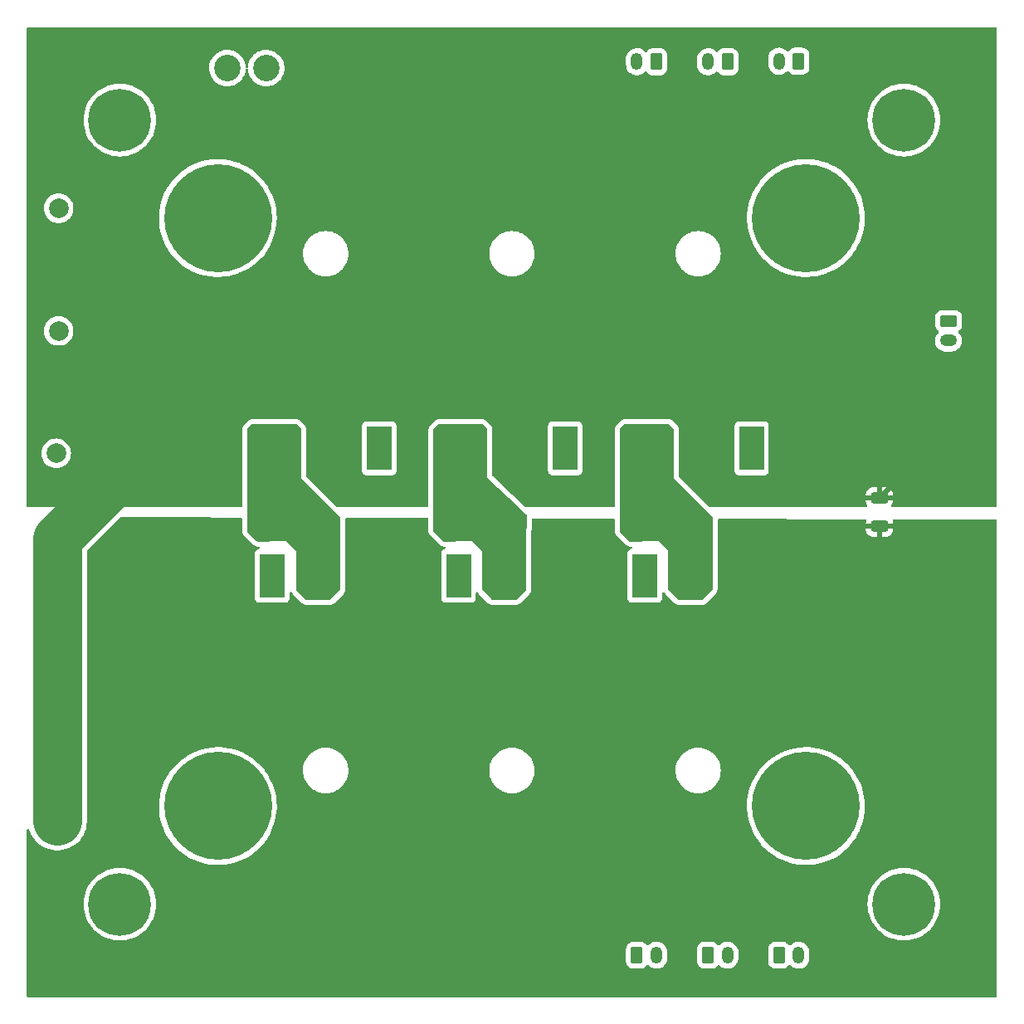
<source format=gbr>
G04 #@! TF.GenerationSoftware,KiCad,Pcbnew,6.0.2-1.fc35*
G04 #@! TF.CreationDate,2022-04-02T15:35:02-04:00*
G04 #@! TF.ProjectId,universal-half-bridge,756e6976-6572-4736-916c-2d68616c662d,rev?*
G04 #@! TF.SameCoordinates,Original*
G04 #@! TF.FileFunction,Copper,L1,Top*
G04 #@! TF.FilePolarity,Positive*
%FSLAX46Y46*%
G04 Gerber Fmt 4.6, Leading zero omitted, Abs format (unit mm)*
G04 Created by KiCad (PCBNEW 6.0.2-1.fc35) date 2022-04-02 15:35:02*
%MOMM*%
%LPD*%
G01*
G04 APERTURE LIST*
G04 Aperture macros list*
%AMRoundRect*
0 Rectangle with rounded corners*
0 $1 Rounding radius*
0 $2 $3 $4 $5 $6 $7 $8 $9 X,Y pos of 4 corners*
0 Add a 4 corners polygon primitive as box body*
4,1,4,$2,$3,$4,$5,$6,$7,$8,$9,$2,$3,0*
0 Add four circle primitives for the rounded corners*
1,1,$1+$1,$2,$3*
1,1,$1+$1,$4,$5*
1,1,$1+$1,$6,$7*
1,1,$1+$1,$8,$9*
0 Add four rect primitives between the rounded corners*
20,1,$1+$1,$2,$3,$4,$5,0*
20,1,$1+$1,$4,$5,$6,$7,0*
20,1,$1+$1,$6,$7,$8,$9,0*
20,1,$1+$1,$8,$9,$2,$3,0*%
G04 Aperture macros list end*
G04 #@! TA.AperFunction,ComponentPad*
%ADD10O,8.000000X4.000000*%
G04 #@! TD*
G04 #@! TA.AperFunction,ComponentPad*
%ADD11RoundRect,0.250000X-0.350000X-0.625000X0.350000X-0.625000X0.350000X0.625000X-0.350000X0.625000X0*%
G04 #@! TD*
G04 #@! TA.AperFunction,ComponentPad*
%ADD12O,1.200000X1.750000*%
G04 #@! TD*
G04 #@! TA.AperFunction,ComponentPad*
%ADD13RoundRect,0.250000X0.350000X0.625000X-0.350000X0.625000X-0.350000X-0.625000X0.350000X-0.625000X0*%
G04 #@! TD*
G04 #@! TA.AperFunction,ComponentPad*
%ADD14RoundRect,0.250000X-0.625000X0.350000X-0.625000X-0.350000X0.625000X-0.350000X0.625000X0.350000X0*%
G04 #@! TD*
G04 #@! TA.AperFunction,ComponentPad*
%ADD15O,1.750000X1.200000*%
G04 #@! TD*
G04 #@! TA.AperFunction,SMDPad,CuDef*
%ADD16RoundRect,0.250000X-0.625000X0.312500X-0.625000X-0.312500X0.625000X-0.312500X0.625000X0.312500X0*%
G04 #@! TD*
G04 #@! TA.AperFunction,ComponentPad*
%ADD17RoundRect,0.250001X-1.099999X-1.099999X1.099999X-1.099999X1.099999X1.099999X-1.099999X1.099999X0*%
G04 #@! TD*
G04 #@! TA.AperFunction,ComponentPad*
%ADD18C,2.700000*%
G04 #@! TD*
G04 #@! TA.AperFunction,ComponentPad*
%ADD19C,2.000000*%
G04 #@! TD*
G04 #@! TA.AperFunction,ComponentPad*
%ADD20R,2.000000X2.000000*%
G04 #@! TD*
G04 #@! TA.AperFunction,SMDPad,CuDef*
%ADD21RoundRect,0.250000X1.100000X-0.325000X1.100000X0.325000X-1.100000X0.325000X-1.100000X-0.325000X0*%
G04 #@! TD*
G04 #@! TA.AperFunction,ComponentPad*
%ADD22O,2.500000X4.500000*%
G04 #@! TD*
G04 #@! TA.AperFunction,ComponentPad*
%ADD23R,2.500000X4.500000*%
G04 #@! TD*
G04 #@! TA.AperFunction,ComponentPad*
%ADD24C,6.400000*%
G04 #@! TD*
G04 #@! TA.AperFunction,ComponentPad*
%ADD25C,0.800000*%
G04 #@! TD*
G04 #@! TA.AperFunction,ComponentPad*
%ADD26C,11.000000*%
G04 #@! TD*
G04 #@! TA.AperFunction,ComponentPad*
%ADD27C,0.900000*%
G04 #@! TD*
G04 #@! TA.AperFunction,ViaPad*
%ADD28C,0.800000*%
G04 #@! TD*
G04 #@! TA.AperFunction,Conductor*
%ADD29C,5.000000*%
G04 #@! TD*
G04 #@! TA.AperFunction,Conductor*
%ADD30C,0.500000*%
G04 #@! TD*
G04 APERTURE END LIST*
D10*
X124000000Y-98000000D03*
X143000000Y-98000000D03*
X162000000Y-98000000D03*
X191500000Y-101500000D03*
X191500000Y-94500000D03*
D11*
X159750000Y-143200000D03*
D12*
X161750000Y-143200000D03*
D13*
X161750000Y-52050000D03*
D12*
X159750000Y-52050000D03*
D11*
X167000000Y-143200000D03*
D12*
X169000000Y-143200000D03*
D13*
X169000000Y-52050000D03*
D12*
X167000000Y-52050000D03*
D14*
X191550000Y-78500000D03*
D15*
X191550000Y-80500000D03*
D11*
X174250000Y-143200000D03*
D12*
X176250000Y-143200000D03*
D13*
X176250000Y-52000000D03*
D12*
X174250000Y-52000000D03*
D16*
X184500000Y-99462500D03*
X184500000Y-96537500D03*
D17*
X114012500Y-52700000D03*
D18*
X117972500Y-52700000D03*
X121932500Y-52700000D03*
D19*
X105632323Y-129500000D03*
D20*
X100632323Y-129500000D03*
D19*
X105632323Y-117000000D03*
D20*
X100632323Y-117000000D03*
X100632323Y-104500000D03*
D19*
X105632323Y-104500000D03*
D20*
X105500000Y-92000000D03*
D19*
X100500000Y-92000000D03*
D20*
X105750000Y-67000000D03*
D19*
X100750000Y-67000000D03*
D21*
X173500000Y-96525000D03*
X173500000Y-99475000D03*
X170000000Y-96525000D03*
X170000000Y-99475000D03*
X154500000Y-99475000D03*
X154500000Y-96525000D03*
X151000000Y-99475000D03*
X151000000Y-96525000D03*
X132000000Y-96525000D03*
X132000000Y-99475000D03*
D20*
X105750000Y-79500000D03*
D19*
X100750000Y-79500000D03*
D21*
X135500000Y-96525000D03*
X135500000Y-99475000D03*
D22*
X171450000Y-104500000D03*
X166000000Y-104500000D03*
D23*
X160550000Y-104500000D03*
X171450000Y-91500000D03*
D22*
X166000000Y-91500000D03*
X160550000Y-91500000D03*
D23*
X141550000Y-104500000D03*
D22*
X147000000Y-104500000D03*
X152450000Y-104500000D03*
D23*
X152450000Y-91500000D03*
D22*
X147000000Y-91500000D03*
X141550000Y-91500000D03*
D23*
X122550000Y-104500000D03*
D22*
X128000000Y-104500000D03*
X133450000Y-104500000D03*
D23*
X133450000Y-91500000D03*
D22*
X128000000Y-91500000D03*
X122550000Y-91500000D03*
D24*
X187000000Y-58000000D03*
D25*
X189400000Y-58000000D03*
X188697056Y-59697056D03*
X187000000Y-60400000D03*
X185302944Y-59697056D03*
X184600000Y-58000000D03*
X185302944Y-56302944D03*
X187000000Y-55600000D03*
X188697056Y-56302944D03*
D24*
X187000000Y-138000000D03*
D25*
X189400000Y-138000000D03*
X188697056Y-139697056D03*
X187000000Y-140400000D03*
X185302944Y-139697056D03*
X184600000Y-138000000D03*
X185302944Y-136302944D03*
X187000000Y-135600000D03*
X188697056Y-136302944D03*
D24*
X107000000Y-138000000D03*
D25*
X109400000Y-138000000D03*
X108697056Y-139697056D03*
X107000000Y-140400000D03*
X105302944Y-139697056D03*
X104600000Y-138000000D03*
X105302944Y-136302944D03*
X107000000Y-135600000D03*
X108697056Y-136302944D03*
D24*
X107000000Y-58000000D03*
D25*
X109400000Y-58000000D03*
X108697056Y-59697056D03*
X107000000Y-60400000D03*
X105302944Y-59697056D03*
X104600000Y-58000000D03*
X105302944Y-56302944D03*
X107000000Y-55600000D03*
X108697056Y-56302944D03*
D26*
X117000000Y-128000000D03*
D27*
X112875000Y-128000000D03*
X114073185Y-130926815D03*
X117000000Y-132125000D03*
X119926815Y-130926815D03*
X121125000Y-128000000D03*
X119926815Y-125073185D03*
X117000000Y-123875000D03*
X114073185Y-125073185D03*
D26*
X177000000Y-68000000D03*
D27*
X172875000Y-68000000D03*
X174073185Y-70926815D03*
X177000000Y-72125000D03*
X179926815Y-70926815D03*
X181125000Y-68000000D03*
X179926815Y-65073185D03*
X177000000Y-63875000D03*
X174073185Y-65073185D03*
D26*
X177000000Y-128000000D03*
D27*
X172875000Y-128000000D03*
X174073185Y-130926815D03*
X177000000Y-132125000D03*
X179926815Y-130926815D03*
X181125000Y-128000000D03*
X179926815Y-125073185D03*
X177000000Y-123875000D03*
X174073185Y-125073185D03*
D26*
X117000000Y-68000000D03*
D27*
X112875000Y-68000000D03*
X114073185Y-70926815D03*
X117000000Y-72125000D03*
X119926815Y-70926815D03*
X121125000Y-68000000D03*
X119926815Y-65073185D03*
X117000000Y-63875000D03*
X114073185Y-65073185D03*
D28*
X176849500Y-100500000D03*
X168500000Y-93500000D03*
X168500000Y-92500000D03*
X168500000Y-91500000D03*
X168500000Y-90500000D03*
X149500000Y-93500000D03*
X149500000Y-92500000D03*
X149500000Y-91500000D03*
X149500000Y-90500000D03*
X130500000Y-93500000D03*
X130500000Y-92500000D03*
X130500000Y-91500000D03*
X130500000Y-90500000D03*
X131000000Y-95500000D03*
X132000000Y-95500000D03*
X133000000Y-95500000D03*
X134500000Y-95500000D03*
X135500000Y-95500000D03*
X136500000Y-95500000D03*
X150000000Y-95500000D03*
X151000000Y-95500000D03*
X152000000Y-95500000D03*
X153500000Y-95500000D03*
X154500000Y-95500000D03*
X155500000Y-95500000D03*
X169000000Y-95500000D03*
X170000000Y-95500000D03*
X171000000Y-95500000D03*
X172500000Y-95500000D03*
X173500000Y-95500000D03*
X174500000Y-95500000D03*
X131500000Y-103000000D03*
X132000000Y-102000000D03*
X131000000Y-102000000D03*
X133000000Y-101000000D03*
X132000000Y-101000000D03*
X131000000Y-101000000D03*
X136500000Y-103000000D03*
X135500000Y-103000000D03*
X135000000Y-102000000D03*
X136000000Y-102000000D03*
X134500000Y-101000000D03*
X135500000Y-101000000D03*
X136500000Y-101000000D03*
X174500000Y-103000000D03*
X173500000Y-103000000D03*
X174000000Y-102000000D03*
X173000000Y-102000000D03*
X169500000Y-103000000D03*
X170000000Y-102000000D03*
X169000000Y-102000000D03*
X174500000Y-101000000D03*
X173500000Y-101000000D03*
X172500000Y-101000000D03*
X171000000Y-101000000D03*
X170000000Y-101000000D03*
X169000000Y-101000000D03*
X150500000Y-103000000D03*
X155500000Y-103000000D03*
X154500000Y-103000000D03*
X154000000Y-102000000D03*
X151000000Y-102000000D03*
X150000000Y-102000000D03*
X155000000Y-102000000D03*
X153500000Y-101000000D03*
X154500000Y-101000000D03*
X155500000Y-101000000D03*
X152000000Y-101000000D03*
X151000000Y-101000000D03*
X150000000Y-101000000D03*
D29*
X100632323Y-129500000D02*
X100632323Y-100683839D01*
X100632323Y-100683839D02*
X105500000Y-95816162D01*
X105500000Y-95816162D02*
X105500000Y-92000000D01*
X105500000Y-92000000D02*
X105500000Y-67250000D01*
X105500000Y-67250000D02*
X105750000Y-67000000D01*
D30*
X184500000Y-96537500D02*
X186537500Y-94500000D01*
X186537500Y-94500000D02*
X191500000Y-94500000D01*
G04 #@! TA.AperFunction,Conductor*
G36*
X125015931Y-89020002D02*
G01*
X125036905Y-89036905D01*
X125463095Y-89463095D01*
X125497121Y-89525407D01*
X125500000Y-89552190D01*
X125500000Y-94500000D01*
X129462879Y-98462879D01*
X129496905Y-98525191D01*
X129499783Y-98552495D01*
X129469445Y-105894270D01*
X129449162Y-105962307D01*
X129432541Y-105982844D01*
X128506136Y-106909249D01*
X128443824Y-106943275D01*
X128417041Y-106946154D01*
X126021421Y-106946154D01*
X125953300Y-106926152D01*
X125932326Y-106909249D01*
X125006136Y-105983059D01*
X124972110Y-105920747D01*
X124969231Y-105893964D01*
X124969231Y-101946154D01*
X123969231Y-100946154D01*
X123477874Y-100955065D01*
X121053525Y-100999029D01*
X120985052Y-100980266D01*
X120962145Y-100962145D01*
X120036905Y-100036905D01*
X120002879Y-99974593D01*
X120000000Y-99947810D01*
X120000000Y-89552190D01*
X120020002Y-89484069D01*
X120036905Y-89463095D01*
X120463095Y-89036905D01*
X120525407Y-89002879D01*
X120552190Y-89000000D01*
X124947810Y-89000000D01*
X125015931Y-89020002D01*
G37*
G04 #@! TD.AperFunction*
G04 #@! TA.AperFunction,Conductor*
G36*
X144015931Y-89020002D02*
G01*
X144036905Y-89036905D01*
X144463095Y-89463095D01*
X144497121Y-89525407D01*
X144500000Y-89552190D01*
X144500000Y-94500000D01*
X144507339Y-94506880D01*
X144507339Y-94506881D01*
X146681280Y-96544950D01*
X148459960Y-98212462D01*
X148495975Y-98273644D01*
X148499781Y-98304884D01*
X148489006Y-101000000D01*
X148469438Y-105894260D01*
X148449164Y-105962300D01*
X148432534Y-105982851D01*
X147506136Y-106909249D01*
X147443824Y-106943275D01*
X147417041Y-106946154D01*
X145021421Y-106946154D01*
X144953300Y-106926152D01*
X144932326Y-106909249D01*
X144006136Y-105983059D01*
X143972110Y-105920747D01*
X143969231Y-105893964D01*
X143969231Y-101946154D01*
X142969231Y-100946154D01*
X142477874Y-100955065D01*
X140053525Y-100999029D01*
X139985052Y-100980266D01*
X139962145Y-100962145D01*
X139036905Y-100036905D01*
X139002879Y-99974593D01*
X139000000Y-99947810D01*
X139000000Y-89552190D01*
X139020002Y-89484069D01*
X139036905Y-89463095D01*
X139463095Y-89036905D01*
X139525407Y-89002879D01*
X139552190Y-89000000D01*
X143947810Y-89000000D01*
X144015931Y-89020002D01*
G37*
G04 #@! TD.AperFunction*
G04 #@! TA.AperFunction,Conductor*
G36*
X163015931Y-89020002D02*
G01*
X163036905Y-89036905D01*
X163463095Y-89463095D01*
X163497121Y-89525407D01*
X163500000Y-89552190D01*
X163500000Y-94500000D01*
X167462879Y-98462879D01*
X167496905Y-98525191D01*
X167499783Y-98552495D01*
X167469445Y-105894270D01*
X167449162Y-105962307D01*
X167432541Y-105982844D01*
X166506136Y-106909249D01*
X166443824Y-106943275D01*
X166417041Y-106946154D01*
X164021421Y-106946154D01*
X163953300Y-106926152D01*
X163932326Y-106909249D01*
X163006136Y-105983059D01*
X162972110Y-105920747D01*
X162969231Y-105893964D01*
X162969231Y-101946154D01*
X161969231Y-100946154D01*
X161477874Y-100955065D01*
X159053525Y-100999029D01*
X158985052Y-100980266D01*
X158962145Y-100962145D01*
X158036905Y-100036905D01*
X158002879Y-99974593D01*
X158000000Y-99947810D01*
X158000000Y-89552190D01*
X158020002Y-89484069D01*
X158036905Y-89463095D01*
X158463095Y-89036905D01*
X158525407Y-89002879D01*
X158552190Y-89000000D01*
X162947810Y-89000000D01*
X163015931Y-89020002D01*
G37*
G04 #@! TD.AperFunction*
G04 #@! TA.AperFunction,Conductor*
G36*
X131000000Y-90000000D02*
G01*
X131000000Y-94000000D01*
X132000000Y-95000000D01*
X137000000Y-95000000D01*
X137000000Y-97500000D01*
X130000000Y-97500000D01*
X126500000Y-93750000D01*
X126500000Y-90000000D01*
X127500000Y-89000000D01*
X130000000Y-89000000D01*
X131000000Y-90000000D01*
G37*
G04 #@! TD.AperFunction*
G04 #@! TA.AperFunction,Conductor*
G36*
X150000000Y-90000000D02*
G01*
X150000000Y-94000000D01*
X151000000Y-95000000D01*
X156000000Y-95000000D01*
X156000000Y-97500000D01*
X149000000Y-97500000D01*
X145500000Y-93750000D01*
X145500000Y-90000000D01*
X146500000Y-89000000D01*
X149000000Y-89000000D01*
X150000000Y-90000000D01*
G37*
G04 #@! TD.AperFunction*
G04 #@! TA.AperFunction,Conductor*
G36*
X169000000Y-90000000D02*
G01*
X169000000Y-94000000D01*
X170000000Y-95000000D01*
X175000000Y-95000000D01*
X175000000Y-97500000D01*
X168000000Y-97500000D01*
X164500000Y-94000000D01*
X164500000Y-90000000D01*
X165500000Y-89000000D01*
X168000000Y-89000000D01*
X169000000Y-90000000D01*
G37*
G04 #@! TD.AperFunction*
G04 #@! TA.AperFunction,Conductor*
G36*
X113195903Y-98540490D02*
G01*
X119366315Y-98555916D01*
X119434386Y-98576089D01*
X119480744Y-98629860D01*
X119492000Y-98681916D01*
X119492000Y-99947810D01*
X119494910Y-100002104D01*
X119497789Y-100028887D01*
X119506490Y-100082583D01*
X119557021Y-100218057D01*
X119559174Y-100222000D01*
X119559175Y-100222002D01*
X119588891Y-100276421D01*
X119591047Y-100280369D01*
X119593742Y-100283969D01*
X119674998Y-100392513D01*
X119675002Y-100392517D01*
X119677695Y-100396115D01*
X120602935Y-101321355D01*
X120604308Y-101322577D01*
X120604311Y-101322580D01*
X120645623Y-101359354D01*
X120645634Y-101359364D01*
X120646974Y-101360556D01*
X120669881Y-101378677D01*
X120671354Y-101379709D01*
X120671362Y-101379715D01*
X120713013Y-101408898D01*
X120713018Y-101408901D01*
X120718205Y-101412535D01*
X120850799Y-101470205D01*
X120919272Y-101488968D01*
X120923736Y-101489527D01*
X120923739Y-101489528D01*
X121058271Y-101506386D01*
X121058278Y-101506386D01*
X121062736Y-101506945D01*
X121139827Y-101505547D01*
X121208300Y-101524310D01*
X121255758Y-101577114D01*
X121267134Y-101647193D01*
X121238817Y-101712298D01*
X121186341Y-101749508D01*
X121061705Y-101796232D01*
X121061704Y-101796233D01*
X121053295Y-101799385D01*
X120936739Y-101886739D01*
X120849385Y-102003295D01*
X120798255Y-102139684D01*
X120791500Y-102201866D01*
X120791500Y-106798134D01*
X120798255Y-106860316D01*
X120849385Y-106996705D01*
X120936739Y-107113261D01*
X121053295Y-107200615D01*
X121189684Y-107251745D01*
X121251866Y-107258500D01*
X123848134Y-107258500D01*
X123910316Y-107251745D01*
X124046705Y-107200615D01*
X124163261Y-107113261D01*
X124250615Y-106996705D01*
X124301745Y-106860316D01*
X124308500Y-106798134D01*
X124308500Y-106259091D01*
X124328502Y-106190970D01*
X124382158Y-106144477D01*
X124452432Y-106134373D01*
X124517012Y-106163867D01*
X124545086Y-106198704D01*
X124558116Y-106222565D01*
X124558121Y-106222572D01*
X124560278Y-106226523D01*
X124562973Y-106230123D01*
X124644229Y-106338667D01*
X124644233Y-106338671D01*
X124646926Y-106342269D01*
X125573116Y-107268459D01*
X125613559Y-107304789D01*
X125634533Y-107321692D01*
X125635907Y-107322683D01*
X125635923Y-107322695D01*
X125656123Y-107337261D01*
X125678655Y-107353509D01*
X125684281Y-107356079D01*
X125684284Y-107356080D01*
X125751944Y-107386979D01*
X125810181Y-107413575D01*
X125833935Y-107420550D01*
X125873979Y-107432308D01*
X125873983Y-107432309D01*
X125878302Y-107433577D01*
X125882750Y-107434217D01*
X125882757Y-107434218D01*
X126016973Y-107453515D01*
X126016980Y-107453516D01*
X126021421Y-107454154D01*
X128417041Y-107454154D01*
X128471335Y-107451244D01*
X128473006Y-107451064D01*
X128473023Y-107451063D01*
X128496438Y-107448546D01*
X128496453Y-107448544D01*
X128498118Y-107448365D01*
X128519663Y-107444874D01*
X128545701Y-107440655D01*
X128545705Y-107440654D01*
X128551814Y-107439664D01*
X128626770Y-107411706D01*
X128683074Y-107390705D01*
X128683076Y-107390704D01*
X128687288Y-107389133D01*
X128749600Y-107355107D01*
X128792897Y-107322695D01*
X128861744Y-107271156D01*
X128861748Y-107271152D01*
X128865346Y-107268459D01*
X129791751Y-106342054D01*
X129827421Y-106302428D01*
X129844042Y-106281891D01*
X129845004Y-106280566D01*
X129845016Y-106280550D01*
X129871762Y-106243701D01*
X129875381Y-106238715D01*
X129935989Y-106107439D01*
X129937297Y-106103054D01*
X129954988Y-106043710D01*
X129954989Y-106043706D01*
X129956272Y-106039402D01*
X129960316Y-106012080D01*
X129976781Y-105900830D01*
X129976781Y-105900827D01*
X129977441Y-105896369D01*
X129992694Y-102205283D01*
X130007144Y-98708312D01*
X130027427Y-98640275D01*
X130081275Y-98594004D01*
X130133455Y-98582834D01*
X136326103Y-98598315D01*
X138366315Y-98603416D01*
X138434386Y-98623589D01*
X138480744Y-98677360D01*
X138492000Y-98729416D01*
X138492000Y-99947810D01*
X138494910Y-100002104D01*
X138497789Y-100028887D01*
X138506490Y-100082583D01*
X138557021Y-100218057D01*
X138559174Y-100222000D01*
X138559175Y-100222002D01*
X138588891Y-100276421D01*
X138591047Y-100280369D01*
X138593742Y-100283969D01*
X138674998Y-100392513D01*
X138675002Y-100392517D01*
X138677695Y-100396115D01*
X139602935Y-101321355D01*
X139604308Y-101322577D01*
X139604311Y-101322580D01*
X139645623Y-101359354D01*
X139645634Y-101359364D01*
X139646974Y-101360556D01*
X139669881Y-101378677D01*
X139671354Y-101379709D01*
X139671362Y-101379715D01*
X139713013Y-101408898D01*
X139713018Y-101408901D01*
X139718205Y-101412535D01*
X139850799Y-101470205D01*
X139919272Y-101488968D01*
X139923736Y-101489527D01*
X139923739Y-101489528D01*
X140058271Y-101506386D01*
X140058278Y-101506386D01*
X140062736Y-101506945D01*
X140139827Y-101505547D01*
X140208300Y-101524310D01*
X140255758Y-101577114D01*
X140267134Y-101647193D01*
X140238817Y-101712298D01*
X140186341Y-101749508D01*
X140061705Y-101796232D01*
X140061704Y-101796233D01*
X140053295Y-101799385D01*
X139936739Y-101886739D01*
X139849385Y-102003295D01*
X139798255Y-102139684D01*
X139791500Y-102201866D01*
X139791500Y-106798134D01*
X139798255Y-106860316D01*
X139849385Y-106996705D01*
X139936739Y-107113261D01*
X140053295Y-107200615D01*
X140189684Y-107251745D01*
X140251866Y-107258500D01*
X142848134Y-107258500D01*
X142910316Y-107251745D01*
X143046705Y-107200615D01*
X143163261Y-107113261D01*
X143250615Y-106996705D01*
X143301745Y-106860316D01*
X143308500Y-106798134D01*
X143308500Y-106259091D01*
X143328502Y-106190970D01*
X143382158Y-106144477D01*
X143452432Y-106134373D01*
X143517012Y-106163867D01*
X143545086Y-106198704D01*
X143558116Y-106222565D01*
X143558121Y-106222572D01*
X143560278Y-106226523D01*
X143562973Y-106230123D01*
X143644229Y-106338667D01*
X143644233Y-106338671D01*
X143646926Y-106342269D01*
X144573116Y-107268459D01*
X144613559Y-107304789D01*
X144634533Y-107321692D01*
X144635907Y-107322683D01*
X144635923Y-107322695D01*
X144656123Y-107337261D01*
X144678655Y-107353509D01*
X144684281Y-107356079D01*
X144684284Y-107356080D01*
X144751944Y-107386979D01*
X144810181Y-107413575D01*
X144833935Y-107420550D01*
X144873979Y-107432308D01*
X144873983Y-107432309D01*
X144878302Y-107433577D01*
X144882750Y-107434217D01*
X144882757Y-107434218D01*
X145016973Y-107453515D01*
X145016980Y-107453516D01*
X145021421Y-107454154D01*
X147417041Y-107454154D01*
X147471335Y-107451244D01*
X147473006Y-107451064D01*
X147473023Y-107451063D01*
X147496438Y-107448546D01*
X147496453Y-107448544D01*
X147498118Y-107448365D01*
X147519663Y-107444874D01*
X147545701Y-107440655D01*
X147545705Y-107440654D01*
X147551814Y-107439664D01*
X147626770Y-107411706D01*
X147683074Y-107390705D01*
X147683076Y-107390704D01*
X147687288Y-107389133D01*
X147749600Y-107355107D01*
X147792897Y-107322695D01*
X147861744Y-107271156D01*
X147861748Y-107271152D01*
X147865346Y-107268459D01*
X148791744Y-106342061D01*
X148827436Y-106302408D01*
X148844066Y-106281857D01*
X148875420Y-106238651D01*
X148936011Y-106107367D01*
X148956285Y-106039327D01*
X148977434Y-105896291D01*
X148997002Y-101002031D01*
X149005982Y-98755826D01*
X149026256Y-98687787D01*
X149080097Y-98641509D01*
X149132296Y-98630331D01*
X157366315Y-98650916D01*
X157434386Y-98671089D01*
X157480744Y-98724860D01*
X157492000Y-98776916D01*
X157492000Y-99947810D01*
X157494910Y-100002104D01*
X157497789Y-100028887D01*
X157506490Y-100082583D01*
X157557021Y-100218057D01*
X157559174Y-100222000D01*
X157559175Y-100222002D01*
X157588891Y-100276421D01*
X157591047Y-100280369D01*
X157593742Y-100283969D01*
X157674998Y-100392513D01*
X157675002Y-100392517D01*
X157677695Y-100396115D01*
X158602935Y-101321355D01*
X158604308Y-101322577D01*
X158604311Y-101322580D01*
X158645623Y-101359354D01*
X158645634Y-101359364D01*
X158646974Y-101360556D01*
X158669881Y-101378677D01*
X158671354Y-101379709D01*
X158671362Y-101379715D01*
X158713013Y-101408898D01*
X158713018Y-101408901D01*
X158718205Y-101412535D01*
X158850799Y-101470205D01*
X158919272Y-101488968D01*
X158923736Y-101489527D01*
X158923739Y-101489528D01*
X159058271Y-101506386D01*
X159058278Y-101506386D01*
X159062736Y-101506945D01*
X159139827Y-101505547D01*
X159208300Y-101524310D01*
X159255758Y-101577114D01*
X159267134Y-101647193D01*
X159238817Y-101712298D01*
X159186341Y-101749508D01*
X159061705Y-101796232D01*
X159061704Y-101796233D01*
X159053295Y-101799385D01*
X158936739Y-101886739D01*
X158849385Y-102003295D01*
X158798255Y-102139684D01*
X158791500Y-102201866D01*
X158791500Y-106798134D01*
X158798255Y-106860316D01*
X158849385Y-106996705D01*
X158936739Y-107113261D01*
X159053295Y-107200615D01*
X159189684Y-107251745D01*
X159251866Y-107258500D01*
X161848134Y-107258500D01*
X161910316Y-107251745D01*
X162046705Y-107200615D01*
X162163261Y-107113261D01*
X162250615Y-106996705D01*
X162301745Y-106860316D01*
X162308500Y-106798134D01*
X162308500Y-106259091D01*
X162328502Y-106190970D01*
X162382158Y-106144477D01*
X162452432Y-106134373D01*
X162517012Y-106163867D01*
X162545086Y-106198704D01*
X162558116Y-106222565D01*
X162558121Y-106222572D01*
X162560278Y-106226523D01*
X162562973Y-106230123D01*
X162644229Y-106338667D01*
X162644233Y-106338671D01*
X162646926Y-106342269D01*
X163573116Y-107268459D01*
X163613559Y-107304789D01*
X163634533Y-107321692D01*
X163635907Y-107322683D01*
X163635923Y-107322695D01*
X163656123Y-107337261D01*
X163678655Y-107353509D01*
X163684281Y-107356079D01*
X163684284Y-107356080D01*
X163751944Y-107386979D01*
X163810181Y-107413575D01*
X163833935Y-107420550D01*
X163873979Y-107432308D01*
X163873983Y-107432309D01*
X163878302Y-107433577D01*
X163882750Y-107434217D01*
X163882757Y-107434218D01*
X164016973Y-107453515D01*
X164016980Y-107453516D01*
X164021421Y-107454154D01*
X166417041Y-107454154D01*
X166471335Y-107451244D01*
X166473006Y-107451064D01*
X166473023Y-107451063D01*
X166496438Y-107448546D01*
X166496453Y-107448544D01*
X166498118Y-107448365D01*
X166519663Y-107444874D01*
X166545701Y-107440655D01*
X166545705Y-107440654D01*
X166551814Y-107439664D01*
X166626770Y-107411706D01*
X166683074Y-107390705D01*
X166683076Y-107390704D01*
X166687288Y-107389133D01*
X166749600Y-107355107D01*
X166792897Y-107322695D01*
X166861744Y-107271156D01*
X166861748Y-107271152D01*
X166865346Y-107268459D01*
X167791751Y-106342054D01*
X167827421Y-106302428D01*
X167844042Y-106281891D01*
X167845004Y-106280566D01*
X167845016Y-106280550D01*
X167871762Y-106243701D01*
X167875381Y-106238715D01*
X167935989Y-106107439D01*
X167937297Y-106103054D01*
X167954988Y-106043710D01*
X167954989Y-106043706D01*
X167956272Y-106039402D01*
X167960316Y-106012080D01*
X167976781Y-105900830D01*
X167976781Y-105900827D01*
X167977441Y-105896369D01*
X167992694Y-102205283D01*
X168000249Y-100376937D01*
X168002542Y-99822095D01*
X183117001Y-99822095D01*
X183117338Y-99828614D01*
X183127257Y-99924206D01*
X183130149Y-99937600D01*
X183181588Y-100091784D01*
X183187761Y-100104962D01*
X183273063Y-100242807D01*
X183282099Y-100254208D01*
X183396829Y-100368739D01*
X183408240Y-100377751D01*
X183546243Y-100462816D01*
X183559424Y-100468963D01*
X183713710Y-100520138D01*
X183727086Y-100523005D01*
X183821438Y-100532672D01*
X183827854Y-100533000D01*
X184227885Y-100533000D01*
X184243124Y-100528525D01*
X184244329Y-100527135D01*
X184246000Y-100519452D01*
X184246000Y-100514884D01*
X184754000Y-100514884D01*
X184758475Y-100530123D01*
X184759865Y-100531328D01*
X184767548Y-100532999D01*
X185172095Y-100532999D01*
X185178614Y-100532662D01*
X185274206Y-100522743D01*
X185287600Y-100519851D01*
X185441784Y-100468412D01*
X185454962Y-100462239D01*
X185592807Y-100376937D01*
X185604208Y-100367901D01*
X185718739Y-100253171D01*
X185727751Y-100241760D01*
X185812816Y-100103757D01*
X185818963Y-100090576D01*
X185870138Y-99936290D01*
X185873005Y-99922914D01*
X185882672Y-99828562D01*
X185883000Y-99822146D01*
X185883000Y-99734615D01*
X185878525Y-99719376D01*
X185877135Y-99718171D01*
X185869452Y-99716500D01*
X184772115Y-99716500D01*
X184756876Y-99720975D01*
X184755671Y-99722365D01*
X184754000Y-99730048D01*
X184754000Y-100514884D01*
X184246000Y-100514884D01*
X184246000Y-99734615D01*
X184241525Y-99719376D01*
X184240135Y-99718171D01*
X184232452Y-99716500D01*
X183135116Y-99716500D01*
X183119877Y-99720975D01*
X183118672Y-99722365D01*
X183117001Y-99730048D01*
X183117001Y-99822095D01*
X168002542Y-99822095D01*
X168006751Y-98803310D01*
X168027034Y-98735274D01*
X168080882Y-98689003D01*
X168133062Y-98677833D01*
X182097832Y-98712745D01*
X183046382Y-98715116D01*
X183114453Y-98735289D01*
X183160811Y-98789060D01*
X183170739Y-98859359D01*
X183165660Y-98880784D01*
X183129862Y-98988710D01*
X183126995Y-99002086D01*
X183117328Y-99096438D01*
X183117000Y-99102855D01*
X183117000Y-99190385D01*
X183121475Y-99205624D01*
X183122865Y-99206829D01*
X183130548Y-99208500D01*
X185864884Y-99208500D01*
X185880123Y-99204025D01*
X185881328Y-99202635D01*
X185882999Y-99194952D01*
X185882999Y-99102905D01*
X185882662Y-99096386D01*
X185872743Y-99000794D01*
X185869851Y-98987400D01*
X185836778Y-98888268D01*
X185834194Y-98817319D01*
X185870377Y-98756235D01*
X185933842Y-98724410D01*
X185956617Y-98722392D01*
X196366315Y-98748416D01*
X196434386Y-98768589D01*
X196480744Y-98822360D01*
X196492000Y-98874416D01*
X196492000Y-147366000D01*
X196471998Y-147434121D01*
X196418342Y-147480614D01*
X196366000Y-147492000D01*
X97634000Y-147492000D01*
X97565879Y-147471998D01*
X97519386Y-147418342D01*
X97508000Y-147366000D01*
X97508000Y-143875400D01*
X158641500Y-143875400D01*
X158652474Y-143981166D01*
X158654655Y-143987702D01*
X158654655Y-143987704D01*
X158685135Y-144079064D01*
X158708450Y-144148946D01*
X158801522Y-144299348D01*
X158926697Y-144424305D01*
X158932927Y-144428145D01*
X158932928Y-144428146D01*
X159070090Y-144512694D01*
X159077262Y-144517115D01*
X159102217Y-144525392D01*
X159238611Y-144570632D01*
X159238613Y-144570632D01*
X159245139Y-144572797D01*
X159251975Y-144573497D01*
X159251978Y-144573498D01*
X159290386Y-144577433D01*
X159349600Y-144583500D01*
X160150400Y-144583500D01*
X160153646Y-144583163D01*
X160153650Y-144583163D01*
X160249308Y-144573238D01*
X160249312Y-144573237D01*
X160256166Y-144572526D01*
X160262702Y-144570345D01*
X160262704Y-144570345D01*
X160397443Y-144525392D01*
X160423946Y-144516550D01*
X160574348Y-144423478D01*
X160699305Y-144298303D01*
X160731075Y-144246764D01*
X160783846Y-144199271D01*
X160853918Y-144187847D01*
X160919042Y-144216121D01*
X160937418Y-144235045D01*
X160943604Y-144242920D01*
X160948135Y-144246852D01*
X160948138Y-144246855D01*
X161034058Y-144321412D01*
X161103363Y-144381552D01*
X161108549Y-144384552D01*
X161108553Y-144384555D01*
X161204957Y-144440326D01*
X161286454Y-144487473D01*
X161486271Y-144556861D01*
X161492206Y-144557722D01*
X161492208Y-144557722D01*
X161689664Y-144586352D01*
X161689667Y-144586352D01*
X161695604Y-144587213D01*
X161906899Y-144577433D01*
X162038077Y-144545819D01*
X162106701Y-144529281D01*
X162106703Y-144529280D01*
X162112534Y-144527875D01*
X162117992Y-144525393D01*
X162117996Y-144525392D01*
X162233041Y-144473084D01*
X162305087Y-144440326D01*
X162477611Y-144317946D01*
X162623881Y-144165150D01*
X162738620Y-143987452D01*
X162783778Y-143875400D01*
X165891500Y-143875400D01*
X165902474Y-143981166D01*
X165904655Y-143987702D01*
X165904655Y-143987704D01*
X165935135Y-144079064D01*
X165958450Y-144148946D01*
X166051522Y-144299348D01*
X166176697Y-144424305D01*
X166182927Y-144428145D01*
X166182928Y-144428146D01*
X166320090Y-144512694D01*
X166327262Y-144517115D01*
X166352217Y-144525392D01*
X166488611Y-144570632D01*
X166488613Y-144570632D01*
X166495139Y-144572797D01*
X166501975Y-144573497D01*
X166501978Y-144573498D01*
X166540386Y-144577433D01*
X166599600Y-144583500D01*
X167400400Y-144583500D01*
X167403646Y-144583163D01*
X167403650Y-144583163D01*
X167499308Y-144573238D01*
X167499312Y-144573237D01*
X167506166Y-144572526D01*
X167512702Y-144570345D01*
X167512704Y-144570345D01*
X167647443Y-144525392D01*
X167673946Y-144516550D01*
X167824348Y-144423478D01*
X167949305Y-144298303D01*
X167981075Y-144246764D01*
X168033846Y-144199271D01*
X168103918Y-144187847D01*
X168169042Y-144216121D01*
X168187418Y-144235045D01*
X168193604Y-144242920D01*
X168198135Y-144246852D01*
X168198138Y-144246855D01*
X168284058Y-144321412D01*
X168353363Y-144381552D01*
X168358549Y-144384552D01*
X168358553Y-144384555D01*
X168454957Y-144440326D01*
X168536454Y-144487473D01*
X168736271Y-144556861D01*
X168742206Y-144557722D01*
X168742208Y-144557722D01*
X168939664Y-144586352D01*
X168939667Y-144586352D01*
X168945604Y-144587213D01*
X169156899Y-144577433D01*
X169288077Y-144545819D01*
X169356701Y-144529281D01*
X169356703Y-144529280D01*
X169362534Y-144527875D01*
X169367992Y-144525393D01*
X169367996Y-144525392D01*
X169483041Y-144473084D01*
X169555087Y-144440326D01*
X169727611Y-144317946D01*
X169873881Y-144165150D01*
X169988620Y-143987452D01*
X170033778Y-143875400D01*
X173141500Y-143875400D01*
X173152474Y-143981166D01*
X173154655Y-143987702D01*
X173154655Y-143987704D01*
X173185135Y-144079064D01*
X173208450Y-144148946D01*
X173301522Y-144299348D01*
X173426697Y-144424305D01*
X173432927Y-144428145D01*
X173432928Y-144428146D01*
X173570090Y-144512694D01*
X173577262Y-144517115D01*
X173602217Y-144525392D01*
X173738611Y-144570632D01*
X173738613Y-144570632D01*
X173745139Y-144572797D01*
X173751975Y-144573497D01*
X173751978Y-144573498D01*
X173790386Y-144577433D01*
X173849600Y-144583500D01*
X174650400Y-144583500D01*
X174653646Y-144583163D01*
X174653650Y-144583163D01*
X174749308Y-144573238D01*
X174749312Y-144573237D01*
X174756166Y-144572526D01*
X174762702Y-144570345D01*
X174762704Y-144570345D01*
X174897443Y-144525392D01*
X174923946Y-144516550D01*
X175074348Y-144423478D01*
X175199305Y-144298303D01*
X175231075Y-144246764D01*
X175283846Y-144199271D01*
X175353918Y-144187847D01*
X175419042Y-144216121D01*
X175437418Y-144235045D01*
X175443604Y-144242920D01*
X175448135Y-144246852D01*
X175448138Y-144246855D01*
X175534058Y-144321412D01*
X175603363Y-144381552D01*
X175608549Y-144384552D01*
X175608553Y-144384555D01*
X175704957Y-144440326D01*
X175786454Y-144487473D01*
X175986271Y-144556861D01*
X175992206Y-144557722D01*
X175992208Y-144557722D01*
X176189664Y-144586352D01*
X176189667Y-144586352D01*
X176195604Y-144587213D01*
X176406899Y-144577433D01*
X176538077Y-144545819D01*
X176606701Y-144529281D01*
X176606703Y-144529280D01*
X176612534Y-144527875D01*
X176617992Y-144525393D01*
X176617996Y-144525392D01*
X176733041Y-144473084D01*
X176805087Y-144440326D01*
X176977611Y-144317946D01*
X177123881Y-144165150D01*
X177238620Y-143987452D01*
X177317686Y-143791263D01*
X177358228Y-143583663D01*
X177358500Y-143578101D01*
X177358500Y-142872154D01*
X177343452Y-142714434D01*
X177283908Y-142511466D01*
X177236872Y-142420139D01*
X177189804Y-142328751D01*
X177189802Y-142328748D01*
X177187058Y-142323420D01*
X177056396Y-142157080D01*
X177051865Y-142153148D01*
X177051862Y-142153145D01*
X176901167Y-142022379D01*
X176896637Y-142018448D01*
X176891451Y-142015448D01*
X176891447Y-142015445D01*
X176718742Y-141915533D01*
X176713546Y-141912527D01*
X176513729Y-141843139D01*
X176507794Y-141842278D01*
X176507792Y-141842278D01*
X176310336Y-141813648D01*
X176310333Y-141813648D01*
X176304396Y-141812787D01*
X176093101Y-141822567D01*
X175961923Y-141854181D01*
X175893299Y-141870719D01*
X175893297Y-141870720D01*
X175887466Y-141872125D01*
X175882008Y-141874607D01*
X175882004Y-141874608D01*
X175766959Y-141926916D01*
X175694913Y-141959674D01*
X175522389Y-142082054D01*
X175518247Y-142086381D01*
X175518241Y-142086386D01*
X175431194Y-142177317D01*
X175369639Y-142212694D01*
X175298730Y-142209175D01*
X175240979Y-142167879D01*
X175233032Y-142156491D01*
X175198478Y-142100652D01*
X175073303Y-141975695D01*
X174970826Y-141912527D01*
X174928968Y-141886725D01*
X174928966Y-141886724D01*
X174922738Y-141882885D01*
X174762254Y-141829655D01*
X174761389Y-141829368D01*
X174761387Y-141829368D01*
X174754861Y-141827203D01*
X174748025Y-141826503D01*
X174748022Y-141826502D01*
X174704969Y-141822091D01*
X174650400Y-141816500D01*
X173849600Y-141816500D01*
X173846354Y-141816837D01*
X173846350Y-141816837D01*
X173750692Y-141826762D01*
X173750688Y-141826763D01*
X173743834Y-141827474D01*
X173737298Y-141829655D01*
X173737296Y-141829655D01*
X173614213Y-141870719D01*
X173576054Y-141883450D01*
X173425652Y-141976522D01*
X173300695Y-142101697D01*
X173296855Y-142107927D01*
X173296854Y-142107928D01*
X173259900Y-142167879D01*
X173207885Y-142252262D01*
X173152203Y-142420139D01*
X173141500Y-142524600D01*
X173141500Y-143875400D01*
X170033778Y-143875400D01*
X170067686Y-143791263D01*
X170108228Y-143583663D01*
X170108500Y-143578101D01*
X170108500Y-142872154D01*
X170093452Y-142714434D01*
X170033908Y-142511466D01*
X169986872Y-142420139D01*
X169939804Y-142328751D01*
X169939802Y-142328748D01*
X169937058Y-142323420D01*
X169806396Y-142157080D01*
X169801865Y-142153148D01*
X169801862Y-142153145D01*
X169651167Y-142022379D01*
X169646637Y-142018448D01*
X169641451Y-142015448D01*
X169641447Y-142015445D01*
X169468742Y-141915533D01*
X169463546Y-141912527D01*
X169263729Y-141843139D01*
X169257794Y-141842278D01*
X169257792Y-141842278D01*
X169060336Y-141813648D01*
X169060333Y-141813648D01*
X169054396Y-141812787D01*
X168843101Y-141822567D01*
X168711923Y-141854181D01*
X168643299Y-141870719D01*
X168643297Y-141870720D01*
X168637466Y-141872125D01*
X168632008Y-141874607D01*
X168632004Y-141874608D01*
X168516959Y-141926916D01*
X168444913Y-141959674D01*
X168272389Y-142082054D01*
X168268247Y-142086381D01*
X168268241Y-142086386D01*
X168181194Y-142177317D01*
X168119639Y-142212694D01*
X168048730Y-142209175D01*
X167990979Y-142167879D01*
X167983032Y-142156491D01*
X167948478Y-142100652D01*
X167823303Y-141975695D01*
X167720826Y-141912527D01*
X167678968Y-141886725D01*
X167678966Y-141886724D01*
X167672738Y-141882885D01*
X167512254Y-141829655D01*
X167511389Y-141829368D01*
X167511387Y-141829368D01*
X167504861Y-141827203D01*
X167498025Y-141826503D01*
X167498022Y-141826502D01*
X167454969Y-141822091D01*
X167400400Y-141816500D01*
X166599600Y-141816500D01*
X166596354Y-141816837D01*
X166596350Y-141816837D01*
X166500692Y-141826762D01*
X166500688Y-141826763D01*
X166493834Y-141827474D01*
X166487298Y-141829655D01*
X166487296Y-141829655D01*
X166364213Y-141870719D01*
X166326054Y-141883450D01*
X166175652Y-141976522D01*
X166050695Y-142101697D01*
X166046855Y-142107927D01*
X166046854Y-142107928D01*
X166009900Y-142167879D01*
X165957885Y-142252262D01*
X165902203Y-142420139D01*
X165891500Y-142524600D01*
X165891500Y-143875400D01*
X162783778Y-143875400D01*
X162817686Y-143791263D01*
X162858228Y-143583663D01*
X162858500Y-143578101D01*
X162858500Y-142872154D01*
X162843452Y-142714434D01*
X162783908Y-142511466D01*
X162736872Y-142420139D01*
X162689804Y-142328751D01*
X162689802Y-142328748D01*
X162687058Y-142323420D01*
X162556396Y-142157080D01*
X162551865Y-142153148D01*
X162551862Y-142153145D01*
X162401167Y-142022379D01*
X162396637Y-142018448D01*
X162391451Y-142015448D01*
X162391447Y-142015445D01*
X162218742Y-141915533D01*
X162213546Y-141912527D01*
X162013729Y-141843139D01*
X162007794Y-141842278D01*
X162007792Y-141842278D01*
X161810336Y-141813648D01*
X161810333Y-141813648D01*
X161804396Y-141812787D01*
X161593101Y-141822567D01*
X161461923Y-141854181D01*
X161393299Y-141870719D01*
X161393297Y-141870720D01*
X161387466Y-141872125D01*
X161382008Y-141874607D01*
X161382004Y-141874608D01*
X161266959Y-141926916D01*
X161194913Y-141959674D01*
X161022389Y-142082054D01*
X161018247Y-142086381D01*
X161018241Y-142086386D01*
X160931194Y-142177317D01*
X160869639Y-142212694D01*
X160798730Y-142209175D01*
X160740979Y-142167879D01*
X160733032Y-142156491D01*
X160698478Y-142100652D01*
X160573303Y-141975695D01*
X160470826Y-141912527D01*
X160428968Y-141886725D01*
X160428966Y-141886724D01*
X160422738Y-141882885D01*
X160262254Y-141829655D01*
X160261389Y-141829368D01*
X160261387Y-141829368D01*
X160254861Y-141827203D01*
X160248025Y-141826503D01*
X160248022Y-141826502D01*
X160204969Y-141822091D01*
X160150400Y-141816500D01*
X159349600Y-141816500D01*
X159346354Y-141816837D01*
X159346350Y-141816837D01*
X159250692Y-141826762D01*
X159250688Y-141826763D01*
X159243834Y-141827474D01*
X159237298Y-141829655D01*
X159237296Y-141829655D01*
X159114213Y-141870719D01*
X159076054Y-141883450D01*
X158925652Y-141976522D01*
X158800695Y-142101697D01*
X158796855Y-142107927D01*
X158796854Y-142107928D01*
X158759900Y-142167879D01*
X158707885Y-142252262D01*
X158652203Y-142420139D01*
X158641500Y-142524600D01*
X158641500Y-143875400D01*
X97508000Y-143875400D01*
X97508000Y-138000000D01*
X103286411Y-138000000D01*
X103306754Y-138388176D01*
X103367562Y-138772099D01*
X103468167Y-139147562D01*
X103607468Y-139510453D01*
X103783938Y-139856794D01*
X103995643Y-140182793D01*
X104240266Y-140484876D01*
X104515124Y-140759734D01*
X104817207Y-141004357D01*
X105143205Y-141216062D01*
X105146139Y-141217557D01*
X105146146Y-141217561D01*
X105486607Y-141391034D01*
X105489547Y-141392532D01*
X105852438Y-141531833D01*
X106227901Y-141632438D01*
X106431793Y-141664732D01*
X106608576Y-141692732D01*
X106608584Y-141692733D01*
X106611824Y-141693246D01*
X107000000Y-141713589D01*
X107388176Y-141693246D01*
X107391416Y-141692733D01*
X107391424Y-141692732D01*
X107568207Y-141664732D01*
X107772099Y-141632438D01*
X108147562Y-141531833D01*
X108510453Y-141392532D01*
X108513393Y-141391034D01*
X108853854Y-141217561D01*
X108853861Y-141217557D01*
X108856795Y-141216062D01*
X109182793Y-141004357D01*
X109484876Y-140759734D01*
X109759734Y-140484876D01*
X110004357Y-140182793D01*
X110216062Y-139856794D01*
X110392532Y-139510453D01*
X110531833Y-139147562D01*
X110632438Y-138772099D01*
X110693246Y-138388176D01*
X110713589Y-138000000D01*
X183286411Y-138000000D01*
X183306754Y-138388176D01*
X183367562Y-138772099D01*
X183468167Y-139147562D01*
X183607468Y-139510453D01*
X183783938Y-139856794D01*
X183995643Y-140182793D01*
X184240266Y-140484876D01*
X184515124Y-140759734D01*
X184817207Y-141004357D01*
X185143205Y-141216062D01*
X185146139Y-141217557D01*
X185146146Y-141217561D01*
X185486607Y-141391034D01*
X185489547Y-141392532D01*
X185852438Y-141531833D01*
X186227901Y-141632438D01*
X186431793Y-141664732D01*
X186608576Y-141692732D01*
X186608584Y-141692733D01*
X186611824Y-141693246D01*
X187000000Y-141713589D01*
X187388176Y-141693246D01*
X187391416Y-141692733D01*
X187391424Y-141692732D01*
X187568207Y-141664732D01*
X187772099Y-141632438D01*
X188147562Y-141531833D01*
X188510453Y-141392532D01*
X188513393Y-141391034D01*
X188853854Y-141217561D01*
X188853861Y-141217557D01*
X188856795Y-141216062D01*
X189182793Y-141004357D01*
X189484876Y-140759734D01*
X189759734Y-140484876D01*
X190004357Y-140182793D01*
X190216062Y-139856794D01*
X190392532Y-139510453D01*
X190531833Y-139147562D01*
X190632438Y-138772099D01*
X190693246Y-138388176D01*
X190713589Y-138000000D01*
X190693246Y-137611824D01*
X190632438Y-137227901D01*
X190531833Y-136852438D01*
X190392532Y-136489547D01*
X190216062Y-136143206D01*
X190004357Y-135817207D01*
X189759734Y-135515124D01*
X189484876Y-135240266D01*
X189182793Y-134995643D01*
X188856795Y-134783938D01*
X188853861Y-134782443D01*
X188853854Y-134782439D01*
X188513393Y-134608966D01*
X188510453Y-134607468D01*
X188147562Y-134468167D01*
X187772099Y-134367562D01*
X187568207Y-134335268D01*
X187391424Y-134307268D01*
X187391416Y-134307267D01*
X187388176Y-134306754D01*
X187000000Y-134286411D01*
X186611824Y-134306754D01*
X186608584Y-134307267D01*
X186608576Y-134307268D01*
X186431793Y-134335268D01*
X186227901Y-134367562D01*
X185852438Y-134468167D01*
X185489547Y-134607468D01*
X185486607Y-134608966D01*
X185146147Y-134782439D01*
X185146140Y-134782443D01*
X185143206Y-134783938D01*
X184817207Y-134995643D01*
X184515124Y-135240266D01*
X184240266Y-135515124D01*
X183995643Y-135817207D01*
X183783938Y-136143206D01*
X183607468Y-136489547D01*
X183468167Y-136852438D01*
X183367562Y-137227901D01*
X183306754Y-137611824D01*
X183286411Y-138000000D01*
X110713589Y-138000000D01*
X110693246Y-137611824D01*
X110632438Y-137227901D01*
X110531833Y-136852438D01*
X110392532Y-136489547D01*
X110216062Y-136143206D01*
X110004357Y-135817207D01*
X109759734Y-135515124D01*
X109484876Y-135240266D01*
X109182793Y-134995643D01*
X108856795Y-134783938D01*
X108853861Y-134782443D01*
X108853854Y-134782439D01*
X108513393Y-134608966D01*
X108510453Y-134607468D01*
X108147562Y-134468167D01*
X107772099Y-134367562D01*
X107568207Y-134335268D01*
X107391424Y-134307268D01*
X107391416Y-134307267D01*
X107388176Y-134306754D01*
X107000000Y-134286411D01*
X106611824Y-134306754D01*
X106608584Y-134307267D01*
X106608576Y-134307268D01*
X106431793Y-134335268D01*
X106227901Y-134367562D01*
X105852438Y-134468167D01*
X105489547Y-134607468D01*
X105486607Y-134608966D01*
X105146147Y-134782439D01*
X105146140Y-134782443D01*
X105143206Y-134783938D01*
X104817207Y-134995643D01*
X104515124Y-135240266D01*
X104240266Y-135515124D01*
X103995643Y-135817207D01*
X103783938Y-136143206D01*
X103607468Y-136489547D01*
X103468167Y-136852438D01*
X103367562Y-137227901D01*
X103306754Y-137611824D01*
X103286411Y-138000000D01*
X97508000Y-138000000D01*
X97508000Y-130414563D01*
X97528002Y-130346442D01*
X97581658Y-130299949D01*
X97651932Y-130289845D01*
X97716512Y-130319339D01*
X97754811Y-130378777D01*
X97796886Y-130520820D01*
X97933007Y-130839952D01*
X97934802Y-130843099D01*
X97934804Y-130843103D01*
X98093060Y-131120556D01*
X98104906Y-131141324D01*
X98107045Y-131144236D01*
X98107047Y-131144239D01*
X98160356Y-131216810D01*
X98310305Y-131420940D01*
X98546481Y-131675096D01*
X98810304Y-131900422D01*
X99098276Y-132093931D01*
X99406582Y-132253060D01*
X99731134Y-132375698D01*
X99734655Y-132376582D01*
X99734660Y-132376584D01*
X99841257Y-132403359D01*
X100067631Y-132460220D01*
X100071224Y-132460693D01*
X100408008Y-132505032D01*
X100408016Y-132505033D01*
X100411612Y-132505506D01*
X100556278Y-132507779D01*
X100754877Y-132510899D01*
X100754881Y-132510899D01*
X100758519Y-132510956D01*
X100762133Y-132510595D01*
X100762139Y-132510595D01*
X101005480Y-132486306D01*
X101103754Y-132476497D01*
X101442740Y-132402586D01*
X101446167Y-132401413D01*
X101446173Y-132401411D01*
X101767558Y-132291376D01*
X101770984Y-132290203D01*
X102084135Y-132140837D01*
X102378044Y-131956468D01*
X102380880Y-131954196D01*
X102380887Y-131954191D01*
X102645978Y-131741813D01*
X102648814Y-131739541D01*
X102892857Y-131492929D01*
X102947222Y-131423595D01*
X103104697Y-131222759D01*
X103104698Y-131222757D01*
X103106937Y-131219902D01*
X103153304Y-131144239D01*
X103286324Y-130927169D01*
X103288218Y-130924079D01*
X103300804Y-130896966D01*
X103432772Y-130612663D01*
X103434296Y-130609380D01*
X103539419Y-130291520D01*
X103542097Y-130283422D01*
X103542098Y-130283417D01*
X103543236Y-130279977D01*
X103613593Y-129940236D01*
X103640823Y-129635131D01*
X103640823Y-127937029D01*
X110986953Y-127937029D01*
X111001271Y-128419472D01*
X111001548Y-128421983D01*
X111001549Y-128421994D01*
X111022327Y-128610191D01*
X111054235Y-128899212D01*
X111145503Y-129373160D01*
X111274487Y-129838261D01*
X111313104Y-129943786D01*
X111439486Y-130289144D01*
X111439491Y-130289155D01*
X111440356Y-130291520D01*
X111441411Y-130293814D01*
X111441414Y-130293821D01*
X111640977Y-130727701D01*
X111642042Y-130730016D01*
X111878245Y-131150925D01*
X112147443Y-131551535D01*
X112380107Y-131844034D01*
X112423089Y-131898068D01*
X112447903Y-131929264D01*
X112449633Y-131931113D01*
X112449641Y-131931122D01*
X112581569Y-132072103D01*
X112777689Y-132281681D01*
X113134676Y-132606514D01*
X113136670Y-132608055D01*
X113136677Y-132608061D01*
X113288825Y-132725654D01*
X113516564Y-132901671D01*
X113518678Y-132903049D01*
X113918774Y-133163869D01*
X113918780Y-133163873D01*
X113920893Y-133165250D01*
X113923115Y-133166457D01*
X113923121Y-133166460D01*
X114091908Y-133258103D01*
X114345059Y-133395553D01*
X114786328Y-133591097D01*
X115241859Y-133750621D01*
X115708716Y-133873099D01*
X116183891Y-133957740D01*
X116186397Y-133957981D01*
X116186402Y-133957982D01*
X116367875Y-133975456D01*
X116664324Y-134004001D01*
X116666859Y-134004041D01*
X116666862Y-134004041D01*
X116821979Y-134006478D01*
X117146920Y-134011582D01*
X117149439Y-134011419D01*
X117149443Y-134011419D01*
X117626035Y-133980599D01*
X117626038Y-133980599D01*
X117628569Y-133980435D01*
X117631072Y-133980070D01*
X117631080Y-133980069D01*
X117822789Y-133952101D01*
X118106169Y-133910761D01*
X118576642Y-133803008D01*
X119036959Y-133657871D01*
X119484153Y-133476284D01*
X119698053Y-133368704D01*
X119913095Y-133260549D01*
X119913102Y-133260545D01*
X119915343Y-133259418D01*
X120327752Y-133008669D01*
X120329786Y-133007197D01*
X120329793Y-133007192D01*
X120497284Y-132885949D01*
X120718723Y-132725654D01*
X121085737Y-132412194D01*
X121096483Y-132401411D01*
X121424642Y-132072103D01*
X121426429Y-132070310D01*
X121428067Y-132068379D01*
X121736974Y-131704130D01*
X121736980Y-131704122D01*
X121738606Y-131702205D01*
X121848382Y-131549436D01*
X122018781Y-131312299D01*
X122020255Y-131310248D01*
X122269562Y-130896966D01*
X122484922Y-130465022D01*
X122664947Y-130017197D01*
X122808476Y-129556376D01*
X122914586Y-129085530D01*
X122982593Y-128607690D01*
X123012058Y-128125935D01*
X123013377Y-128000000D01*
X123010848Y-127937029D01*
X170986953Y-127937029D01*
X171001271Y-128419472D01*
X171001548Y-128421983D01*
X171001549Y-128421994D01*
X171022327Y-128610191D01*
X171054235Y-128899212D01*
X171145503Y-129373160D01*
X171274487Y-129838261D01*
X171313104Y-129943786D01*
X171439486Y-130289144D01*
X171439491Y-130289155D01*
X171440356Y-130291520D01*
X171441411Y-130293814D01*
X171441414Y-130293821D01*
X171640977Y-130727701D01*
X171642042Y-130730016D01*
X171878245Y-131150925D01*
X172147443Y-131551535D01*
X172380107Y-131844034D01*
X172423089Y-131898068D01*
X172447903Y-131929264D01*
X172449633Y-131931113D01*
X172449641Y-131931122D01*
X172581569Y-132072103D01*
X172777689Y-132281681D01*
X173134676Y-132606514D01*
X173136670Y-132608055D01*
X173136677Y-132608061D01*
X173288825Y-132725654D01*
X173516564Y-132901671D01*
X173518678Y-132903049D01*
X173918774Y-133163869D01*
X173918780Y-133163873D01*
X173920893Y-133165250D01*
X173923115Y-133166457D01*
X173923121Y-133166460D01*
X174091908Y-133258103D01*
X174345059Y-133395553D01*
X174786328Y-133591097D01*
X175241859Y-133750621D01*
X175708716Y-133873099D01*
X176183891Y-133957740D01*
X176186397Y-133957981D01*
X176186402Y-133957982D01*
X176367875Y-133975456D01*
X176664324Y-134004001D01*
X176666859Y-134004041D01*
X176666862Y-134004041D01*
X176821979Y-134006478D01*
X177146920Y-134011582D01*
X177149439Y-134011419D01*
X177149443Y-134011419D01*
X177626035Y-133980599D01*
X177626038Y-133980599D01*
X177628569Y-133980435D01*
X177631072Y-133980070D01*
X177631080Y-133980069D01*
X177822789Y-133952101D01*
X178106169Y-133910761D01*
X178576642Y-133803008D01*
X179036959Y-133657871D01*
X179484153Y-133476284D01*
X179698053Y-133368704D01*
X179913095Y-133260549D01*
X179913102Y-133260545D01*
X179915343Y-133259418D01*
X180327752Y-133008669D01*
X180329786Y-133007197D01*
X180329793Y-133007192D01*
X180497284Y-132885949D01*
X180718723Y-132725654D01*
X181085737Y-132412194D01*
X181096483Y-132401411D01*
X181424642Y-132072103D01*
X181426429Y-132070310D01*
X181428067Y-132068379D01*
X181736974Y-131704130D01*
X181736980Y-131704122D01*
X181738606Y-131702205D01*
X181848382Y-131549436D01*
X182018781Y-131312299D01*
X182020255Y-131310248D01*
X182269562Y-130896966D01*
X182484922Y-130465022D01*
X182664947Y-130017197D01*
X182808476Y-129556376D01*
X182914586Y-129085530D01*
X182982593Y-128607690D01*
X183012058Y-128125935D01*
X183013377Y-128000000D01*
X182994007Y-127517734D01*
X182936023Y-127038574D01*
X182935522Y-127036112D01*
X182935520Y-127036099D01*
X182861683Y-126673183D01*
X182839797Y-126565608D01*
X182733599Y-126197679D01*
X182706651Y-126104314D01*
X182706649Y-126104307D01*
X182705949Y-126101883D01*
X182535343Y-125650386D01*
X182329076Y-125214026D01*
X182184542Y-124962673D01*
X182089744Y-124797813D01*
X182089738Y-124797803D01*
X182088479Y-124795614D01*
X181815100Y-124397845D01*
X181510701Y-124023282D01*
X181177243Y-123674339D01*
X181130445Y-123632643D01*
X180818761Y-123354943D01*
X180818757Y-123354940D01*
X180816874Y-123353262D01*
X180766554Y-123315205D01*
X180433922Y-123063637D01*
X180433920Y-123063636D01*
X180431916Y-123062120D01*
X180263913Y-122955090D01*
X180026993Y-122804156D01*
X180024849Y-122802790D01*
X180022612Y-122801606D01*
X180022599Y-122801598D01*
X179600541Y-122578130D01*
X179600537Y-122578128D01*
X179598295Y-122576941D01*
X179155002Y-122386029D01*
X178697826Y-122231283D01*
X178229712Y-122113701D01*
X178227231Y-122113286D01*
X178227227Y-122113285D01*
X178070552Y-122087067D01*
X177753676Y-122034040D01*
X177272785Y-121992813D01*
X177015242Y-121991465D01*
X176792667Y-121990299D01*
X176792661Y-121990299D01*
X176790136Y-121990286D01*
X176639056Y-122001646D01*
X176311376Y-122026284D01*
X176311368Y-122026285D01*
X176308840Y-122026475D01*
X175831996Y-122101147D01*
X175362676Y-122213820D01*
X175360286Y-122214601D01*
X175360276Y-122214604D01*
X174906303Y-122362986D01*
X174906298Y-122362988D01*
X174903905Y-122363770D01*
X174676102Y-122459062D01*
X174460974Y-122549052D01*
X174460965Y-122549056D01*
X174458637Y-122550030D01*
X174029741Y-122771399D01*
X173619981Y-123026453D01*
X173231995Y-123313547D01*
X172868284Y-123630833D01*
X172531190Y-123976265D01*
X172222885Y-124347620D01*
X172221432Y-124349687D01*
X172221430Y-124349690D01*
X172044763Y-124601062D01*
X171945356Y-124742504D01*
X171944074Y-124744681D01*
X171944073Y-124744682D01*
X171815667Y-124962673D01*
X171700390Y-125158374D01*
X171699286Y-125160647D01*
X171699282Y-125160655D01*
X171490672Y-125590269D01*
X171490667Y-125590281D01*
X171489565Y-125592550D01*
X171488646Y-125594908D01*
X171331266Y-125998567D01*
X171314240Y-126042236D01*
X171175544Y-126504534D01*
X171175018Y-126506985D01*
X171175016Y-126506995D01*
X171143746Y-126652857D01*
X171074371Y-126976466D01*
X171011372Y-127454992D01*
X171011245Y-127457506D01*
X171011244Y-127457513D01*
X171008194Y-127517734D01*
X170986953Y-127937029D01*
X123010848Y-127937029D01*
X122994007Y-127517734D01*
X122936023Y-127038574D01*
X122935522Y-127036112D01*
X122935520Y-127036099D01*
X122861683Y-126673183D01*
X122839797Y-126565608D01*
X122733599Y-126197679D01*
X122706651Y-126104314D01*
X122706649Y-126104307D01*
X122705949Y-126101883D01*
X122535343Y-125650386D01*
X122329076Y-125214026D01*
X122184542Y-124962673D01*
X122089744Y-124797813D01*
X122089738Y-124797803D01*
X122088479Y-124795614D01*
X121815100Y-124397845D01*
X121784344Y-124360000D01*
X125686547Y-124360000D01*
X125686817Y-124364119D01*
X125689028Y-124397845D01*
X125706339Y-124661966D01*
X125707143Y-124666006D01*
X125707143Y-124666009D01*
X125733361Y-124797813D01*
X125765376Y-124958766D01*
X125862648Y-125245320D01*
X125996491Y-125516726D01*
X126164614Y-125768341D01*
X126167328Y-125771435D01*
X126167332Y-125771441D01*
X126361433Y-125992769D01*
X126364142Y-125995858D01*
X126367231Y-125998567D01*
X126588559Y-126192668D01*
X126588565Y-126192672D01*
X126591659Y-126195386D01*
X126595085Y-126197675D01*
X126595090Y-126197679D01*
X126783371Y-126323484D01*
X126843273Y-126363509D01*
X126846972Y-126365333D01*
X126846977Y-126365336D01*
X126986308Y-126434046D01*
X127114680Y-126497352D01*
X127118585Y-126498677D01*
X127118586Y-126498678D01*
X127397327Y-126593298D01*
X127397330Y-126593299D01*
X127401234Y-126594624D01*
X127405273Y-126595427D01*
X127405279Y-126595429D01*
X127693991Y-126652857D01*
X127693994Y-126652857D01*
X127698034Y-126653661D01*
X127702145Y-126653930D01*
X127702149Y-126653931D01*
X127995881Y-126673183D01*
X128000000Y-126673453D01*
X128004119Y-126673183D01*
X128297851Y-126653931D01*
X128297855Y-126653930D01*
X128301966Y-126653661D01*
X128306006Y-126652857D01*
X128306009Y-126652857D01*
X128594721Y-126595429D01*
X128594727Y-126595427D01*
X128598766Y-126594624D01*
X128602670Y-126593299D01*
X128602673Y-126593298D01*
X128881414Y-126498678D01*
X128881415Y-126498677D01*
X128885320Y-126497352D01*
X129013692Y-126434046D01*
X129153023Y-126365336D01*
X129153028Y-126365333D01*
X129156727Y-126363509D01*
X129216629Y-126323484D01*
X129404910Y-126197679D01*
X129404915Y-126197675D01*
X129408341Y-126195386D01*
X129411435Y-126192672D01*
X129411441Y-126192668D01*
X129632769Y-125998567D01*
X129635858Y-125995858D01*
X129638567Y-125992769D01*
X129832668Y-125771441D01*
X129832672Y-125771435D01*
X129835386Y-125768341D01*
X130003509Y-125516726D01*
X130137352Y-125245320D01*
X130234624Y-124958766D01*
X130266640Y-124797813D01*
X130292857Y-124666009D01*
X130292857Y-124666006D01*
X130293661Y-124661966D01*
X130310973Y-124397845D01*
X130313183Y-124364119D01*
X130313453Y-124360000D01*
X144686547Y-124360000D01*
X144686817Y-124364119D01*
X144689028Y-124397845D01*
X144706339Y-124661966D01*
X144707143Y-124666006D01*
X144707143Y-124666009D01*
X144733361Y-124797813D01*
X144765376Y-124958766D01*
X144862648Y-125245320D01*
X144996491Y-125516726D01*
X145164614Y-125768341D01*
X145167328Y-125771435D01*
X145167332Y-125771441D01*
X145361433Y-125992769D01*
X145364142Y-125995858D01*
X145367231Y-125998567D01*
X145588559Y-126192668D01*
X145588565Y-126192672D01*
X145591659Y-126195386D01*
X145595085Y-126197675D01*
X145595090Y-126197679D01*
X145783371Y-126323484D01*
X145843273Y-126363509D01*
X145846972Y-126365333D01*
X145846977Y-126365336D01*
X145986308Y-126434046D01*
X146114680Y-126497352D01*
X146118585Y-126498677D01*
X146118586Y-126498678D01*
X146397327Y-126593298D01*
X146397330Y-126593299D01*
X146401234Y-126594624D01*
X146405273Y-126595427D01*
X146405279Y-126595429D01*
X146693991Y-126652857D01*
X146693994Y-126652857D01*
X146698034Y-126653661D01*
X146702145Y-126653930D01*
X146702149Y-126653931D01*
X146995881Y-126673183D01*
X147000000Y-126673453D01*
X147004119Y-126673183D01*
X147297851Y-126653931D01*
X147297855Y-126653930D01*
X147301966Y-126653661D01*
X147306006Y-126652857D01*
X147306009Y-126652857D01*
X147594721Y-126595429D01*
X147594727Y-126595427D01*
X147598766Y-126594624D01*
X147602670Y-126593299D01*
X147602673Y-126593298D01*
X147881414Y-126498678D01*
X147881415Y-126498677D01*
X147885320Y-126497352D01*
X148013692Y-126434046D01*
X148153023Y-126365336D01*
X148153028Y-126365333D01*
X148156727Y-126363509D01*
X148216629Y-126323484D01*
X148404910Y-126197679D01*
X148404915Y-126197675D01*
X148408341Y-126195386D01*
X148411435Y-126192672D01*
X148411441Y-126192668D01*
X148632769Y-125998567D01*
X148635858Y-125995858D01*
X148638567Y-125992769D01*
X148832668Y-125771441D01*
X148832672Y-125771435D01*
X148835386Y-125768341D01*
X149003509Y-125516726D01*
X149137352Y-125245320D01*
X149234624Y-124958766D01*
X149266640Y-124797813D01*
X149292857Y-124666009D01*
X149292857Y-124666006D01*
X149293661Y-124661966D01*
X149310973Y-124397845D01*
X149313183Y-124364119D01*
X149313453Y-124360000D01*
X163686547Y-124360000D01*
X163686817Y-124364119D01*
X163689028Y-124397845D01*
X163706339Y-124661966D01*
X163707143Y-124666006D01*
X163707143Y-124666009D01*
X163733361Y-124797813D01*
X163765376Y-124958766D01*
X163862648Y-125245320D01*
X163996491Y-125516726D01*
X164164614Y-125768341D01*
X164167328Y-125771435D01*
X164167332Y-125771441D01*
X164361433Y-125992769D01*
X164364142Y-125995858D01*
X164367231Y-125998567D01*
X164588559Y-126192668D01*
X164588565Y-126192672D01*
X164591659Y-126195386D01*
X164595085Y-126197675D01*
X164595090Y-126197679D01*
X164783371Y-126323484D01*
X164843273Y-126363509D01*
X164846972Y-126365333D01*
X164846977Y-126365336D01*
X164986308Y-126434046D01*
X165114680Y-126497352D01*
X165118585Y-126498677D01*
X165118586Y-126498678D01*
X165397327Y-126593298D01*
X165397330Y-126593299D01*
X165401234Y-126594624D01*
X165405273Y-126595427D01*
X165405279Y-126595429D01*
X165693991Y-126652857D01*
X165693994Y-126652857D01*
X165698034Y-126653661D01*
X165702145Y-126653930D01*
X165702149Y-126653931D01*
X165995881Y-126673183D01*
X166000000Y-126673453D01*
X166004119Y-126673183D01*
X166297851Y-126653931D01*
X166297855Y-126653930D01*
X166301966Y-126653661D01*
X166306006Y-126652857D01*
X166306009Y-126652857D01*
X166594721Y-126595429D01*
X166594727Y-126595427D01*
X166598766Y-126594624D01*
X166602670Y-126593299D01*
X166602673Y-126593298D01*
X166881414Y-126498678D01*
X166881415Y-126498677D01*
X166885320Y-126497352D01*
X167013692Y-126434046D01*
X167153023Y-126365336D01*
X167153028Y-126365333D01*
X167156727Y-126363509D01*
X167216629Y-126323484D01*
X167404910Y-126197679D01*
X167404915Y-126197675D01*
X167408341Y-126195386D01*
X167411435Y-126192672D01*
X167411441Y-126192668D01*
X167632769Y-125998567D01*
X167635858Y-125995858D01*
X167638567Y-125992769D01*
X167832668Y-125771441D01*
X167832672Y-125771435D01*
X167835386Y-125768341D01*
X168003509Y-125516726D01*
X168137352Y-125245320D01*
X168234624Y-124958766D01*
X168266640Y-124797813D01*
X168292857Y-124666009D01*
X168292857Y-124666006D01*
X168293661Y-124661966D01*
X168310973Y-124397845D01*
X168313183Y-124364119D01*
X168313453Y-124360000D01*
X168293661Y-124058034D01*
X168287141Y-124025254D01*
X168235429Y-123765279D01*
X168235427Y-123765273D01*
X168234624Y-123761234D01*
X168137352Y-123474680D01*
X168074112Y-123346442D01*
X168005336Y-123206978D01*
X168005333Y-123206973D01*
X168003509Y-123203274D01*
X167835386Y-122951659D01*
X167832672Y-122948565D01*
X167832668Y-122948559D01*
X167638567Y-122727231D01*
X167635858Y-122724142D01*
X167632769Y-122721433D01*
X167411441Y-122527332D01*
X167411435Y-122527328D01*
X167408341Y-122524614D01*
X167404911Y-122522322D01*
X167404910Y-122522321D01*
X167200934Y-122386029D01*
X167156727Y-122356491D01*
X167153028Y-122354667D01*
X167153023Y-122354664D01*
X167013692Y-122285954D01*
X166885320Y-122222648D01*
X166859314Y-122213820D01*
X166602673Y-122126702D01*
X166602670Y-122126701D01*
X166598766Y-122125376D01*
X166594727Y-122124573D01*
X166594721Y-122124571D01*
X166306009Y-122067143D01*
X166306006Y-122067143D01*
X166301966Y-122066339D01*
X166297855Y-122066070D01*
X166297851Y-122066069D01*
X166004119Y-122046817D01*
X166000000Y-122046547D01*
X165995881Y-122046817D01*
X165702149Y-122066069D01*
X165702145Y-122066070D01*
X165698034Y-122066339D01*
X165693994Y-122067143D01*
X165693991Y-122067143D01*
X165405279Y-122124571D01*
X165405273Y-122124573D01*
X165401234Y-122125376D01*
X165397330Y-122126701D01*
X165397327Y-122126702D01*
X165140686Y-122213820D01*
X165114680Y-122222648D01*
X164986442Y-122285888D01*
X164846978Y-122354664D01*
X164846973Y-122354667D01*
X164843274Y-122356491D01*
X164591659Y-122524614D01*
X164588565Y-122527328D01*
X164588559Y-122527332D01*
X164367231Y-122721433D01*
X164364142Y-122724142D01*
X164361433Y-122727231D01*
X164167332Y-122948559D01*
X164167328Y-122948565D01*
X164164614Y-122951659D01*
X163996491Y-123203274D01*
X163994667Y-123206973D01*
X163994664Y-123206978D01*
X163925888Y-123346442D01*
X163862648Y-123474680D01*
X163765376Y-123761234D01*
X163764573Y-123765273D01*
X163764571Y-123765279D01*
X163712859Y-124025254D01*
X163706339Y-124058034D01*
X163686547Y-124360000D01*
X149313453Y-124360000D01*
X149293661Y-124058034D01*
X149287141Y-124025254D01*
X149235429Y-123765279D01*
X149235427Y-123765273D01*
X149234624Y-123761234D01*
X149137352Y-123474680D01*
X149074112Y-123346442D01*
X149005336Y-123206978D01*
X149005333Y-123206973D01*
X149003509Y-123203274D01*
X148835386Y-122951659D01*
X148832672Y-122948565D01*
X148832668Y-122948559D01*
X148638567Y-122727231D01*
X148635858Y-122724142D01*
X148632769Y-122721433D01*
X148411441Y-122527332D01*
X148411435Y-122527328D01*
X148408341Y-122524614D01*
X148404911Y-122522322D01*
X148404910Y-122522321D01*
X148200934Y-122386029D01*
X148156727Y-122356491D01*
X148153028Y-122354667D01*
X148153023Y-122354664D01*
X148013692Y-122285954D01*
X147885320Y-122222648D01*
X147859314Y-122213820D01*
X147602673Y-122126702D01*
X147602670Y-122126701D01*
X147598766Y-122125376D01*
X147594727Y-122124573D01*
X147594721Y-122124571D01*
X147306009Y-122067143D01*
X147306006Y-122067143D01*
X147301966Y-122066339D01*
X147297855Y-122066070D01*
X147297851Y-122066069D01*
X147004119Y-122046817D01*
X147000000Y-122046547D01*
X146995881Y-122046817D01*
X146702149Y-122066069D01*
X146702145Y-122066070D01*
X146698034Y-122066339D01*
X146693994Y-122067143D01*
X146693991Y-122067143D01*
X146405279Y-122124571D01*
X146405273Y-122124573D01*
X146401234Y-122125376D01*
X146397330Y-122126701D01*
X146397327Y-122126702D01*
X146140686Y-122213820D01*
X146114680Y-122222648D01*
X145986442Y-122285888D01*
X145846978Y-122354664D01*
X145846973Y-122354667D01*
X145843274Y-122356491D01*
X145591659Y-122524614D01*
X145588565Y-122527328D01*
X145588559Y-122527332D01*
X145367231Y-122721433D01*
X145364142Y-122724142D01*
X145361433Y-122727231D01*
X145167332Y-122948559D01*
X145167328Y-122948565D01*
X145164614Y-122951659D01*
X144996491Y-123203274D01*
X144994667Y-123206973D01*
X144994664Y-123206978D01*
X144925888Y-123346442D01*
X144862648Y-123474680D01*
X144765376Y-123761234D01*
X144764573Y-123765273D01*
X144764571Y-123765279D01*
X144712859Y-124025254D01*
X144706339Y-124058034D01*
X144686547Y-124360000D01*
X130313453Y-124360000D01*
X130293661Y-124058034D01*
X130287141Y-124025254D01*
X130235429Y-123765279D01*
X130235427Y-123765273D01*
X130234624Y-123761234D01*
X130137352Y-123474680D01*
X130074112Y-123346442D01*
X130005336Y-123206978D01*
X130005333Y-123206973D01*
X130003509Y-123203274D01*
X129835386Y-122951659D01*
X129832672Y-122948565D01*
X129832668Y-122948559D01*
X129638567Y-122727231D01*
X129635858Y-122724142D01*
X129632769Y-122721433D01*
X129411441Y-122527332D01*
X129411435Y-122527328D01*
X129408341Y-122524614D01*
X129404911Y-122522322D01*
X129404910Y-122522321D01*
X129200934Y-122386029D01*
X129156727Y-122356491D01*
X129153028Y-122354667D01*
X129153023Y-122354664D01*
X129013692Y-122285954D01*
X128885320Y-122222648D01*
X128859314Y-122213820D01*
X128602673Y-122126702D01*
X128602670Y-122126701D01*
X128598766Y-122125376D01*
X128594727Y-122124573D01*
X128594721Y-122124571D01*
X128306009Y-122067143D01*
X128306006Y-122067143D01*
X128301966Y-122066339D01*
X128297855Y-122066070D01*
X128297851Y-122066069D01*
X128004119Y-122046817D01*
X128000000Y-122046547D01*
X127995881Y-122046817D01*
X127702149Y-122066069D01*
X127702145Y-122066070D01*
X127698034Y-122066339D01*
X127693994Y-122067143D01*
X127693991Y-122067143D01*
X127405279Y-122124571D01*
X127405273Y-122124573D01*
X127401234Y-122125376D01*
X127397330Y-122126701D01*
X127397327Y-122126702D01*
X127140686Y-122213820D01*
X127114680Y-122222648D01*
X126986442Y-122285888D01*
X126846978Y-122354664D01*
X126846973Y-122354667D01*
X126843274Y-122356491D01*
X126591659Y-122524614D01*
X126588565Y-122527328D01*
X126588559Y-122527332D01*
X126367231Y-122721433D01*
X126364142Y-122724142D01*
X126361433Y-122727231D01*
X126167332Y-122948559D01*
X126167328Y-122948565D01*
X126164614Y-122951659D01*
X125996491Y-123203274D01*
X125994667Y-123206973D01*
X125994664Y-123206978D01*
X125925888Y-123346442D01*
X125862648Y-123474680D01*
X125765376Y-123761234D01*
X125764573Y-123765273D01*
X125764571Y-123765279D01*
X125712859Y-124025254D01*
X125706339Y-124058034D01*
X125686547Y-124360000D01*
X121784344Y-124360000D01*
X121510701Y-124023282D01*
X121177243Y-123674339D01*
X121130445Y-123632643D01*
X120818761Y-123354943D01*
X120818757Y-123354940D01*
X120816874Y-123353262D01*
X120766554Y-123315205D01*
X120433922Y-123063637D01*
X120433920Y-123063636D01*
X120431916Y-123062120D01*
X120263913Y-122955090D01*
X120026993Y-122804156D01*
X120024849Y-122802790D01*
X120022612Y-122801606D01*
X120022599Y-122801598D01*
X119600541Y-122578130D01*
X119600537Y-122578128D01*
X119598295Y-122576941D01*
X119155002Y-122386029D01*
X118697826Y-122231283D01*
X118229712Y-122113701D01*
X118227231Y-122113286D01*
X118227227Y-122113285D01*
X118070552Y-122087067D01*
X117753676Y-122034040D01*
X117272785Y-121992813D01*
X117015242Y-121991465D01*
X116792667Y-121990299D01*
X116792661Y-121990299D01*
X116790136Y-121990286D01*
X116639056Y-122001646D01*
X116311376Y-122026284D01*
X116311368Y-122026285D01*
X116308840Y-122026475D01*
X115831996Y-122101147D01*
X115362676Y-122213820D01*
X115360286Y-122214601D01*
X115360276Y-122214604D01*
X114906303Y-122362986D01*
X114906298Y-122362988D01*
X114903905Y-122363770D01*
X114676102Y-122459062D01*
X114460974Y-122549052D01*
X114460965Y-122549056D01*
X114458637Y-122550030D01*
X114029741Y-122771399D01*
X113619981Y-123026453D01*
X113231995Y-123313547D01*
X112868284Y-123630833D01*
X112531190Y-123976265D01*
X112222885Y-124347620D01*
X112221432Y-124349687D01*
X112221430Y-124349690D01*
X112044763Y-124601062D01*
X111945356Y-124742504D01*
X111944074Y-124744681D01*
X111944073Y-124744682D01*
X111815667Y-124962673D01*
X111700390Y-125158374D01*
X111699286Y-125160647D01*
X111699282Y-125160655D01*
X111490672Y-125590269D01*
X111490667Y-125590281D01*
X111489565Y-125592550D01*
X111488646Y-125594908D01*
X111331266Y-125998567D01*
X111314240Y-126042236D01*
X111175544Y-126504534D01*
X111175018Y-126506985D01*
X111175016Y-126506995D01*
X111143746Y-126652857D01*
X111074371Y-126976466D01*
X111011372Y-127454992D01*
X111011245Y-127457506D01*
X111011244Y-127457513D01*
X111008194Y-127517734D01*
X110986953Y-127937029D01*
X103640823Y-127937029D01*
X103640823Y-101982191D01*
X103660825Y-101914070D01*
X103677728Y-101893096D01*
X107008674Y-98562150D01*
X107070986Y-98528124D01*
X107098082Y-98525245D01*
X113195903Y-98540490D01*
G37*
G04 #@! TD.AperFunction*
G04 #@! TA.AperFunction,Conductor*
G36*
X196434121Y-48528002D02*
G01*
X196480614Y-48581658D01*
X196492000Y-48634000D01*
X196492000Y-97374000D01*
X196471998Y-97442121D01*
X196418342Y-97488614D01*
X196366000Y-97500000D01*
X185840482Y-97500000D01*
X185772361Y-97479998D01*
X185725868Y-97426342D01*
X185715764Y-97356068D01*
X185733222Y-97307884D01*
X185812816Y-97178757D01*
X185818963Y-97165576D01*
X185870138Y-97011290D01*
X185873005Y-96997914D01*
X185882672Y-96903562D01*
X185883000Y-96897146D01*
X185883000Y-96809615D01*
X185878525Y-96794376D01*
X185877135Y-96793171D01*
X185869452Y-96791500D01*
X183135116Y-96791500D01*
X183119877Y-96795975D01*
X183118672Y-96797365D01*
X183117001Y-96805048D01*
X183117001Y-96897095D01*
X183117338Y-96903614D01*
X183127257Y-96999206D01*
X183130149Y-97012600D01*
X183181588Y-97166784D01*
X183187761Y-97179962D01*
X183266807Y-97307697D01*
X183285645Y-97376148D01*
X183264484Y-97443918D01*
X183210043Y-97489489D01*
X183159663Y-97500000D01*
X175000000Y-97500000D01*
X175000000Y-96265385D01*
X183117000Y-96265385D01*
X183121475Y-96280624D01*
X183122865Y-96281829D01*
X183130548Y-96283500D01*
X184227885Y-96283500D01*
X184243124Y-96279025D01*
X184244329Y-96277635D01*
X184246000Y-96269952D01*
X184246000Y-96265385D01*
X184754000Y-96265385D01*
X184758475Y-96280624D01*
X184759865Y-96281829D01*
X184767548Y-96283500D01*
X185864884Y-96283500D01*
X185880123Y-96279025D01*
X185881328Y-96277635D01*
X185882999Y-96269952D01*
X185882999Y-96177905D01*
X185882662Y-96171386D01*
X185872743Y-96075794D01*
X185869851Y-96062400D01*
X185818412Y-95908216D01*
X185812239Y-95895038D01*
X185726937Y-95757193D01*
X185717901Y-95745792D01*
X185603171Y-95631261D01*
X185591760Y-95622249D01*
X185453757Y-95537184D01*
X185440576Y-95531037D01*
X185286290Y-95479862D01*
X185272914Y-95476995D01*
X185178562Y-95467328D01*
X185172145Y-95467000D01*
X184772115Y-95467000D01*
X184756876Y-95471475D01*
X184755671Y-95472865D01*
X184754000Y-95480548D01*
X184754000Y-96265385D01*
X184246000Y-96265385D01*
X184246000Y-95485116D01*
X184241525Y-95469877D01*
X184240135Y-95468672D01*
X184232452Y-95467001D01*
X183827905Y-95467001D01*
X183821386Y-95467338D01*
X183725794Y-95477257D01*
X183712400Y-95480149D01*
X183558216Y-95531588D01*
X183545038Y-95537761D01*
X183407193Y-95623063D01*
X183395792Y-95632099D01*
X183281261Y-95746829D01*
X183272249Y-95758240D01*
X183187184Y-95896243D01*
X183181037Y-95909424D01*
X183129862Y-96063710D01*
X183126995Y-96077086D01*
X183117328Y-96171438D01*
X183117000Y-96177855D01*
X183117000Y-96265385D01*
X175000000Y-96265385D01*
X175000000Y-95000000D01*
X170000000Y-95000000D01*
X169000000Y-94000000D01*
X169000000Y-93798134D01*
X169691500Y-93798134D01*
X169698255Y-93860316D01*
X169749385Y-93996705D01*
X169836739Y-94113261D01*
X169953295Y-94200615D01*
X170089684Y-94251745D01*
X170151866Y-94258500D01*
X172748134Y-94258500D01*
X172810316Y-94251745D01*
X172946705Y-94200615D01*
X173063261Y-94113261D01*
X173150615Y-93996705D01*
X173201745Y-93860316D01*
X173208500Y-93798134D01*
X173208500Y-89201866D01*
X173201745Y-89139684D01*
X173150615Y-89003295D01*
X173063261Y-88886739D01*
X172946705Y-88799385D01*
X172810316Y-88748255D01*
X172748134Y-88741500D01*
X170151866Y-88741500D01*
X170089684Y-88748255D01*
X169953295Y-88799385D01*
X169836739Y-88886739D01*
X169749385Y-89003295D01*
X169698255Y-89139684D01*
X169691500Y-89201866D01*
X169691500Y-93798134D01*
X169000000Y-93798134D01*
X169000000Y-90000000D01*
X168000000Y-89000000D01*
X165500000Y-89000000D01*
X164500000Y-90000000D01*
X164500000Y-94000000D01*
X168000000Y-97500000D01*
X167270610Y-97500000D01*
X167202489Y-97479998D01*
X167181515Y-97463095D01*
X164044905Y-94326485D01*
X164010879Y-94264173D01*
X164008000Y-94237390D01*
X164008000Y-89552190D01*
X164005090Y-89497896D01*
X164002211Y-89471113D01*
X163993510Y-89417417D01*
X163942979Y-89281943D01*
X163908953Y-89219631D01*
X163898212Y-89205283D01*
X163825002Y-89107487D01*
X163824998Y-89107483D01*
X163822305Y-89103885D01*
X163396115Y-88677695D01*
X163355672Y-88641365D01*
X163334698Y-88624462D01*
X163333324Y-88623471D01*
X163333308Y-88623459D01*
X163313108Y-88608893D01*
X163290576Y-88592645D01*
X163284950Y-88590075D01*
X163284947Y-88590074D01*
X163209128Y-88555449D01*
X163159050Y-88532579D01*
X163135296Y-88525604D01*
X163095252Y-88513846D01*
X163095248Y-88513845D01*
X163090929Y-88512577D01*
X163086481Y-88511937D01*
X163086474Y-88511936D01*
X162952258Y-88492639D01*
X162952251Y-88492638D01*
X162947810Y-88492000D01*
X158552190Y-88492000D01*
X158497896Y-88494910D01*
X158496225Y-88495090D01*
X158496208Y-88495091D01*
X158472793Y-88497608D01*
X158472778Y-88497610D01*
X158471113Y-88497789D01*
X158449568Y-88501280D01*
X158423530Y-88505499D01*
X158423526Y-88505500D01*
X158417417Y-88506490D01*
X158401098Y-88512577D01*
X158286157Y-88555449D01*
X158286155Y-88555450D01*
X158281943Y-88557021D01*
X158219631Y-88591047D01*
X158216031Y-88593742D01*
X158107487Y-88674998D01*
X158107483Y-88675002D01*
X158103885Y-88677695D01*
X157677695Y-89103885D01*
X157641365Y-89144328D01*
X157624462Y-89165302D01*
X157623471Y-89166676D01*
X157623459Y-89166692D01*
X157608893Y-89186892D01*
X157592645Y-89209424D01*
X157590075Y-89215050D01*
X157590074Y-89215053D01*
X157561328Y-89277998D01*
X157532579Y-89340950D01*
X157512577Y-89409071D01*
X157511937Y-89413519D01*
X157511936Y-89413526D01*
X157492639Y-89547742D01*
X157492638Y-89547749D01*
X157492000Y-89552190D01*
X157492000Y-97374000D01*
X157471998Y-97442121D01*
X157418342Y-97488614D01*
X157366000Y-97500000D01*
X156000000Y-97500000D01*
X156000000Y-95000000D01*
X151000000Y-95000000D01*
X150000000Y-94000000D01*
X150000000Y-93798134D01*
X150691500Y-93798134D01*
X150698255Y-93860316D01*
X150749385Y-93996705D01*
X150836739Y-94113261D01*
X150953295Y-94200615D01*
X151089684Y-94251745D01*
X151151866Y-94258500D01*
X153748134Y-94258500D01*
X153810316Y-94251745D01*
X153946705Y-94200615D01*
X154063261Y-94113261D01*
X154150615Y-93996705D01*
X154201745Y-93860316D01*
X154208500Y-93798134D01*
X154208500Y-89201866D01*
X154201745Y-89139684D01*
X154150615Y-89003295D01*
X154063261Y-88886739D01*
X153946705Y-88799385D01*
X153810316Y-88748255D01*
X153748134Y-88741500D01*
X151151866Y-88741500D01*
X151089684Y-88748255D01*
X150953295Y-88799385D01*
X150836739Y-88886739D01*
X150749385Y-89003295D01*
X150698255Y-89139684D01*
X150691500Y-89201866D01*
X150691500Y-93798134D01*
X150000000Y-93798134D01*
X150000000Y-90000000D01*
X149000000Y-89000000D01*
X146500000Y-89000000D01*
X145500000Y-90000000D01*
X145500000Y-93750000D01*
X149000000Y-97500000D01*
X148492581Y-97500000D01*
X148424460Y-97479998D01*
X148406407Y-97465925D01*
X147028722Y-96174345D01*
X145047823Y-94317253D01*
X145011807Y-94256070D01*
X145008000Y-94225331D01*
X145008000Y-89552190D01*
X145005090Y-89497896D01*
X145002211Y-89471113D01*
X144993510Y-89417417D01*
X144942979Y-89281943D01*
X144908953Y-89219631D01*
X144898212Y-89205283D01*
X144825002Y-89107487D01*
X144824998Y-89107483D01*
X144822305Y-89103885D01*
X144396115Y-88677695D01*
X144355672Y-88641365D01*
X144334698Y-88624462D01*
X144333324Y-88623471D01*
X144333308Y-88623459D01*
X144313108Y-88608893D01*
X144290576Y-88592645D01*
X144284950Y-88590075D01*
X144284947Y-88590074D01*
X144209128Y-88555449D01*
X144159050Y-88532579D01*
X144135296Y-88525604D01*
X144095252Y-88513846D01*
X144095248Y-88513845D01*
X144090929Y-88512577D01*
X144086481Y-88511937D01*
X144086474Y-88511936D01*
X143952258Y-88492639D01*
X143952251Y-88492638D01*
X143947810Y-88492000D01*
X139552190Y-88492000D01*
X139497896Y-88494910D01*
X139496225Y-88495090D01*
X139496208Y-88495091D01*
X139472793Y-88497608D01*
X139472778Y-88497610D01*
X139471113Y-88497789D01*
X139449568Y-88501280D01*
X139423530Y-88505499D01*
X139423526Y-88505500D01*
X139417417Y-88506490D01*
X139401098Y-88512577D01*
X139286157Y-88555449D01*
X139286155Y-88555450D01*
X139281943Y-88557021D01*
X139219631Y-88591047D01*
X139216031Y-88593742D01*
X139107487Y-88674998D01*
X139107483Y-88675002D01*
X139103885Y-88677695D01*
X138677695Y-89103885D01*
X138641365Y-89144328D01*
X138624462Y-89165302D01*
X138623471Y-89166676D01*
X138623459Y-89166692D01*
X138608893Y-89186892D01*
X138592645Y-89209424D01*
X138590075Y-89215050D01*
X138590074Y-89215053D01*
X138561328Y-89277998D01*
X138532579Y-89340950D01*
X138512577Y-89409071D01*
X138511937Y-89413519D01*
X138511936Y-89413526D01*
X138492639Y-89547742D01*
X138492638Y-89547749D01*
X138492000Y-89552190D01*
X138492000Y-97374000D01*
X138471998Y-97442121D01*
X138418342Y-97488614D01*
X138366000Y-97500000D01*
X137000000Y-97500000D01*
X137000000Y-95000000D01*
X132000000Y-95000000D01*
X131000000Y-94000000D01*
X131000000Y-93798134D01*
X131691500Y-93798134D01*
X131698255Y-93860316D01*
X131749385Y-93996705D01*
X131836739Y-94113261D01*
X131953295Y-94200615D01*
X132089684Y-94251745D01*
X132151866Y-94258500D01*
X134748134Y-94258500D01*
X134810316Y-94251745D01*
X134946705Y-94200615D01*
X135063261Y-94113261D01*
X135150615Y-93996705D01*
X135201745Y-93860316D01*
X135208500Y-93798134D01*
X135208500Y-89201866D01*
X135201745Y-89139684D01*
X135150615Y-89003295D01*
X135063261Y-88886739D01*
X134946705Y-88799385D01*
X134810316Y-88748255D01*
X134748134Y-88741500D01*
X132151866Y-88741500D01*
X132089684Y-88748255D01*
X131953295Y-88799385D01*
X131836739Y-88886739D01*
X131749385Y-89003295D01*
X131698255Y-89139684D01*
X131691500Y-89201866D01*
X131691500Y-93798134D01*
X131000000Y-93798134D01*
X131000000Y-90000000D01*
X130000000Y-89000000D01*
X127500000Y-89000000D01*
X126500000Y-90000000D01*
X126500000Y-93750000D01*
X130000000Y-97500000D01*
X129270610Y-97500000D01*
X129202489Y-97479998D01*
X129181515Y-97463095D01*
X126044905Y-94326485D01*
X126010879Y-94264173D01*
X126008000Y-94237390D01*
X126008000Y-89552190D01*
X126005090Y-89497896D01*
X126002211Y-89471113D01*
X125993510Y-89417417D01*
X125942979Y-89281943D01*
X125908953Y-89219631D01*
X125898212Y-89205283D01*
X125825002Y-89107487D01*
X125824998Y-89107483D01*
X125822305Y-89103885D01*
X125396115Y-88677695D01*
X125355672Y-88641365D01*
X125334698Y-88624462D01*
X125333324Y-88623471D01*
X125333308Y-88623459D01*
X125313108Y-88608893D01*
X125290576Y-88592645D01*
X125284950Y-88590075D01*
X125284947Y-88590074D01*
X125209128Y-88555449D01*
X125159050Y-88532579D01*
X125135296Y-88525604D01*
X125095252Y-88513846D01*
X125095248Y-88513845D01*
X125090929Y-88512577D01*
X125086481Y-88511937D01*
X125086474Y-88511936D01*
X124952258Y-88492639D01*
X124952251Y-88492638D01*
X124947810Y-88492000D01*
X120552190Y-88492000D01*
X120497896Y-88494910D01*
X120496225Y-88495090D01*
X120496208Y-88495091D01*
X120472793Y-88497608D01*
X120472778Y-88497610D01*
X120471113Y-88497789D01*
X120449568Y-88501280D01*
X120423530Y-88505499D01*
X120423526Y-88505500D01*
X120417417Y-88506490D01*
X120401098Y-88512577D01*
X120286157Y-88555449D01*
X120286155Y-88555450D01*
X120281943Y-88557021D01*
X120219631Y-88591047D01*
X120216031Y-88593742D01*
X120107487Y-88674998D01*
X120107483Y-88675002D01*
X120103885Y-88677695D01*
X119677695Y-89103885D01*
X119641365Y-89144328D01*
X119624462Y-89165302D01*
X119623471Y-89166676D01*
X119623459Y-89166692D01*
X119608893Y-89186892D01*
X119592645Y-89209424D01*
X119590075Y-89215050D01*
X119590074Y-89215053D01*
X119561328Y-89277998D01*
X119532579Y-89340950D01*
X119512577Y-89409071D01*
X119511937Y-89413519D01*
X119511936Y-89413526D01*
X119492639Y-89547742D01*
X119492638Y-89547749D01*
X119492000Y-89552190D01*
X119492000Y-97374000D01*
X119471998Y-97442121D01*
X119418342Y-97488614D01*
X119366000Y-97500000D01*
X97634000Y-97500000D01*
X97565879Y-97479998D01*
X97519386Y-97426342D01*
X97508000Y-97374000D01*
X97508000Y-92000000D01*
X98986835Y-92000000D01*
X99005465Y-92236711D01*
X99060895Y-92467594D01*
X99151760Y-92686963D01*
X99154346Y-92691183D01*
X99273241Y-92885202D01*
X99273245Y-92885208D01*
X99275824Y-92889416D01*
X99430031Y-93069969D01*
X99610584Y-93224176D01*
X99614792Y-93226755D01*
X99614798Y-93226759D01*
X99808817Y-93345654D01*
X99813037Y-93348240D01*
X99817607Y-93350133D01*
X99817611Y-93350135D01*
X100027833Y-93437211D01*
X100032406Y-93439105D01*
X100112609Y-93458360D01*
X100258476Y-93493380D01*
X100258482Y-93493381D01*
X100263289Y-93494535D01*
X100500000Y-93513165D01*
X100736711Y-93494535D01*
X100741518Y-93493381D01*
X100741524Y-93493380D01*
X100887391Y-93458360D01*
X100967594Y-93439105D01*
X100972167Y-93437211D01*
X101182389Y-93350135D01*
X101182393Y-93350133D01*
X101186963Y-93348240D01*
X101191183Y-93345654D01*
X101385202Y-93226759D01*
X101385208Y-93226755D01*
X101389416Y-93224176D01*
X101569969Y-93069969D01*
X101724176Y-92889416D01*
X101726755Y-92885208D01*
X101726759Y-92885202D01*
X101845654Y-92691183D01*
X101848240Y-92686963D01*
X101939105Y-92467594D01*
X101994535Y-92236711D01*
X102013165Y-92000000D01*
X101994535Y-91763289D01*
X101939105Y-91532406D01*
X101848240Y-91313037D01*
X101845654Y-91308817D01*
X101726759Y-91114798D01*
X101726755Y-91114792D01*
X101724176Y-91110584D01*
X101569969Y-90930031D01*
X101389416Y-90775824D01*
X101385208Y-90773245D01*
X101385202Y-90773241D01*
X101191183Y-90654346D01*
X101186963Y-90651760D01*
X101182393Y-90649867D01*
X101182389Y-90649865D01*
X100972167Y-90562789D01*
X100972165Y-90562788D01*
X100967594Y-90560895D01*
X100887391Y-90541640D01*
X100741524Y-90506620D01*
X100741518Y-90506619D01*
X100736711Y-90505465D01*
X100500000Y-90486835D01*
X100263289Y-90505465D01*
X100258482Y-90506619D01*
X100258476Y-90506620D01*
X100112609Y-90541640D01*
X100032406Y-90560895D01*
X100027835Y-90562788D01*
X100027833Y-90562789D01*
X99817611Y-90649865D01*
X99817607Y-90649867D01*
X99813037Y-90651760D01*
X99808817Y-90654346D01*
X99614798Y-90773241D01*
X99614792Y-90773245D01*
X99610584Y-90775824D01*
X99430031Y-90930031D01*
X99275824Y-91110584D01*
X99273245Y-91114792D01*
X99273241Y-91114798D01*
X99154346Y-91308817D01*
X99151760Y-91313037D01*
X99060895Y-91532406D01*
X99005465Y-91763289D01*
X98986835Y-92000000D01*
X97508000Y-92000000D01*
X97508000Y-79500000D01*
X99236835Y-79500000D01*
X99255465Y-79736711D01*
X99256619Y-79741518D01*
X99256620Y-79741524D01*
X99284717Y-79858553D01*
X99310895Y-79967594D01*
X99312788Y-79972165D01*
X99312789Y-79972167D01*
X99381258Y-80137466D01*
X99401760Y-80186963D01*
X99404346Y-80191183D01*
X99523241Y-80385202D01*
X99523245Y-80385208D01*
X99525824Y-80389416D01*
X99680031Y-80569969D01*
X99860584Y-80724176D01*
X99864792Y-80726755D01*
X99864798Y-80726759D01*
X100058817Y-80845654D01*
X100063037Y-80848240D01*
X100067607Y-80850133D01*
X100067611Y-80850135D01*
X100277833Y-80937211D01*
X100282406Y-80939105D01*
X100360601Y-80957878D01*
X100508476Y-80993380D01*
X100508482Y-80993381D01*
X100513289Y-80994535D01*
X100750000Y-81013165D01*
X100986711Y-80994535D01*
X100991518Y-80993381D01*
X100991524Y-80993380D01*
X101139399Y-80957878D01*
X101217594Y-80939105D01*
X101222167Y-80937211D01*
X101432389Y-80850135D01*
X101432393Y-80850133D01*
X101436963Y-80848240D01*
X101441183Y-80845654D01*
X101635202Y-80726759D01*
X101635208Y-80726755D01*
X101639416Y-80724176D01*
X101819969Y-80569969D01*
X101926187Y-80445604D01*
X190162787Y-80445604D01*
X190172567Y-80656899D01*
X190222125Y-80862534D01*
X190224607Y-80867992D01*
X190224608Y-80867996D01*
X190268053Y-80963546D01*
X190309674Y-81055087D01*
X190432054Y-81227611D01*
X190584850Y-81373881D01*
X190762548Y-81488620D01*
X190768114Y-81490863D01*
X190953168Y-81565442D01*
X190953171Y-81565443D01*
X190958737Y-81567686D01*
X191166337Y-81608228D01*
X191171899Y-81608500D01*
X191877846Y-81608500D01*
X192035566Y-81593452D01*
X192238534Y-81533908D01*
X192322111Y-81490863D01*
X192421249Y-81439804D01*
X192421252Y-81439802D01*
X192426580Y-81437058D01*
X192592920Y-81306396D01*
X192596852Y-81301865D01*
X192596855Y-81301862D01*
X192727621Y-81151167D01*
X192731552Y-81146637D01*
X192734552Y-81141451D01*
X192734555Y-81141447D01*
X192834467Y-80968742D01*
X192837473Y-80963546D01*
X192906861Y-80763729D01*
X192907722Y-80757792D01*
X192936352Y-80560336D01*
X192936352Y-80560333D01*
X192937213Y-80554396D01*
X192927433Y-80343101D01*
X192889804Y-80186963D01*
X192879281Y-80143299D01*
X192879280Y-80143297D01*
X192877875Y-80137466D01*
X192834525Y-80042122D01*
X192800638Y-79967594D01*
X192790326Y-79944913D01*
X192667946Y-79772389D01*
X192663619Y-79768247D01*
X192663614Y-79768241D01*
X192572683Y-79681194D01*
X192537306Y-79619639D01*
X192540825Y-79548730D01*
X192582121Y-79490979D01*
X192593504Y-79483035D01*
X192649348Y-79448478D01*
X192774305Y-79323303D01*
X192808257Y-79268223D01*
X192863275Y-79178968D01*
X192863276Y-79178966D01*
X192867115Y-79172738D01*
X192922797Y-79004861D01*
X192933500Y-78900400D01*
X192933500Y-78099600D01*
X192929484Y-78060895D01*
X192923238Y-78000692D01*
X192923237Y-78000688D01*
X192922526Y-77993834D01*
X192920321Y-77987223D01*
X192868868Y-77833002D01*
X192866550Y-77826054D01*
X192773478Y-77675652D01*
X192648303Y-77550695D01*
X192642072Y-77546854D01*
X192503968Y-77461725D01*
X192503966Y-77461724D01*
X192497738Y-77457885D01*
X192337254Y-77404655D01*
X192336389Y-77404368D01*
X192336387Y-77404368D01*
X192329861Y-77402203D01*
X192323025Y-77401503D01*
X192323022Y-77401502D01*
X192279969Y-77397091D01*
X192225400Y-77391500D01*
X190874600Y-77391500D01*
X190871354Y-77391837D01*
X190871350Y-77391837D01*
X190775692Y-77401762D01*
X190775688Y-77401763D01*
X190768834Y-77402474D01*
X190762298Y-77404655D01*
X190762296Y-77404655D01*
X190630194Y-77448728D01*
X190601054Y-77458450D01*
X190450652Y-77551522D01*
X190325695Y-77676697D01*
X190232885Y-77827262D01*
X190230581Y-77834209D01*
X190179829Y-77987223D01*
X190177203Y-77995139D01*
X190176503Y-78001975D01*
X190176502Y-78001978D01*
X190172091Y-78045031D01*
X190166500Y-78099600D01*
X190166500Y-78900400D01*
X190177474Y-79006166D01*
X190179655Y-79012702D01*
X190179655Y-79012704D01*
X190186228Y-79032406D01*
X190233450Y-79173946D01*
X190326522Y-79324348D01*
X190451697Y-79449305D01*
X190457927Y-79453145D01*
X190457928Y-79453146D01*
X190503236Y-79481074D01*
X190550729Y-79533846D01*
X190562153Y-79603918D01*
X190533879Y-79669042D01*
X190514955Y-79687418D01*
X190507080Y-79693604D01*
X190503148Y-79698135D01*
X190503145Y-79698138D01*
X190434474Y-79777275D01*
X190368448Y-79853363D01*
X190365448Y-79858549D01*
X190365445Y-79858553D01*
X190299718Y-79972167D01*
X190262527Y-80036454D01*
X190193139Y-80236271D01*
X190162787Y-80445604D01*
X101926187Y-80445604D01*
X101974176Y-80389416D01*
X101976755Y-80385208D01*
X101976759Y-80385202D01*
X102095654Y-80191183D01*
X102098240Y-80186963D01*
X102118743Y-80137466D01*
X102187211Y-79972167D01*
X102187212Y-79972165D01*
X102189105Y-79967594D01*
X102215283Y-79858553D01*
X102243380Y-79741524D01*
X102243381Y-79741518D01*
X102244535Y-79736711D01*
X102263165Y-79500000D01*
X102244535Y-79263289D01*
X102224582Y-79180176D01*
X102190260Y-79037218D01*
X102189105Y-79032406D01*
X102177696Y-79004861D01*
X102100135Y-78817611D01*
X102100133Y-78817607D01*
X102098240Y-78813037D01*
X102095654Y-78808817D01*
X101976759Y-78614798D01*
X101976755Y-78614792D01*
X101974176Y-78610584D01*
X101819969Y-78430031D01*
X101639416Y-78275824D01*
X101635208Y-78273245D01*
X101635202Y-78273241D01*
X101441183Y-78154346D01*
X101436963Y-78151760D01*
X101432393Y-78149867D01*
X101432389Y-78149865D01*
X101222167Y-78062789D01*
X101222165Y-78062788D01*
X101217594Y-78060895D01*
X101137391Y-78041640D01*
X100991524Y-78006620D01*
X100991518Y-78006619D01*
X100986711Y-78005465D01*
X100760796Y-77987685D01*
X100754930Y-77987223D01*
X100750000Y-77986835D01*
X100745070Y-77987223D01*
X100739204Y-77987685D01*
X100513289Y-78005465D01*
X100508482Y-78006619D01*
X100508476Y-78006620D01*
X100362609Y-78041640D01*
X100282406Y-78060895D01*
X100277835Y-78062788D01*
X100277833Y-78062789D01*
X100067611Y-78149865D01*
X100067607Y-78149867D01*
X100063037Y-78151760D01*
X100058817Y-78154346D01*
X99864798Y-78273241D01*
X99864792Y-78273245D01*
X99860584Y-78275824D01*
X99680031Y-78430031D01*
X99525824Y-78610584D01*
X99523245Y-78614792D01*
X99523241Y-78614798D01*
X99404346Y-78808817D01*
X99401760Y-78813037D01*
X99399867Y-78817607D01*
X99399865Y-78817611D01*
X99322304Y-79004861D01*
X99310895Y-79032406D01*
X99309740Y-79037218D01*
X99275419Y-79180176D01*
X99255465Y-79263289D01*
X99236835Y-79500000D01*
X97508000Y-79500000D01*
X97508000Y-67000000D01*
X99236835Y-67000000D01*
X99255465Y-67236711D01*
X99310895Y-67467594D01*
X99312788Y-67472165D01*
X99312789Y-67472167D01*
X99332714Y-67520269D01*
X99401760Y-67686963D01*
X99404346Y-67691183D01*
X99523241Y-67885202D01*
X99523245Y-67885208D01*
X99525824Y-67889416D01*
X99680031Y-68069969D01*
X99860584Y-68224176D01*
X99864792Y-68226755D01*
X99864798Y-68226759D01*
X100058817Y-68345654D01*
X100063037Y-68348240D01*
X100067607Y-68350133D01*
X100067611Y-68350135D01*
X100228899Y-68416942D01*
X100282406Y-68439105D01*
X100362609Y-68458360D01*
X100508476Y-68493380D01*
X100508482Y-68493381D01*
X100513289Y-68494535D01*
X100750000Y-68513165D01*
X100986711Y-68494535D01*
X100991518Y-68493381D01*
X100991524Y-68493380D01*
X101137391Y-68458360D01*
X101217594Y-68439105D01*
X101271101Y-68416942D01*
X101432389Y-68350135D01*
X101432393Y-68350133D01*
X101436963Y-68348240D01*
X101441183Y-68345654D01*
X101635202Y-68226759D01*
X101635208Y-68226755D01*
X101639416Y-68224176D01*
X101819969Y-68069969D01*
X101933511Y-67937029D01*
X110986953Y-67937029D01*
X111001271Y-68419472D01*
X111001548Y-68421983D01*
X111001549Y-68421994D01*
X111022327Y-68610191D01*
X111054235Y-68899212D01*
X111054714Y-68901697D01*
X111054714Y-68901700D01*
X111136579Y-69326817D01*
X111145503Y-69373160D01*
X111274487Y-69838261D01*
X111275356Y-69840635D01*
X111439486Y-70289144D01*
X111439491Y-70289155D01*
X111440356Y-70291520D01*
X111441411Y-70293814D01*
X111441414Y-70293821D01*
X111526974Y-70479841D01*
X111642042Y-70730016D01*
X111878245Y-71150925D01*
X112147443Y-71551535D01*
X112447903Y-71929264D01*
X112449633Y-71931113D01*
X112449641Y-71931122D01*
X112581569Y-72072103D01*
X112777689Y-72281681D01*
X113134676Y-72606514D01*
X113136670Y-72608055D01*
X113136677Y-72608061D01*
X113288825Y-72725654D01*
X113516564Y-72901671D01*
X113518678Y-72903049D01*
X113918774Y-73163869D01*
X113918780Y-73163873D01*
X113920893Y-73165250D01*
X113923115Y-73166457D01*
X113923121Y-73166460D01*
X114091908Y-73258103D01*
X114345059Y-73395553D01*
X114786328Y-73591097D01*
X115241859Y-73750621D01*
X115708716Y-73873099D01*
X116183891Y-73957740D01*
X116186397Y-73957981D01*
X116186402Y-73957982D01*
X116367875Y-73975456D01*
X116664324Y-74004001D01*
X116666859Y-74004041D01*
X116666862Y-74004041D01*
X116821979Y-74006478D01*
X117146920Y-74011582D01*
X117149439Y-74011419D01*
X117149443Y-74011419D01*
X117626035Y-73980599D01*
X117626038Y-73980599D01*
X117628569Y-73980435D01*
X117631072Y-73980070D01*
X117631080Y-73980069D01*
X117822789Y-73952101D01*
X118106169Y-73910761D01*
X118576642Y-73803008D01*
X119036959Y-73657871D01*
X119072329Y-73643509D01*
X119481821Y-73477231D01*
X119481822Y-73477230D01*
X119484153Y-73476284D01*
X119698053Y-73368704D01*
X119913095Y-73260549D01*
X119913102Y-73260545D01*
X119915343Y-73259418D01*
X120327752Y-73008669D01*
X120329786Y-73007197D01*
X120329793Y-73007192D01*
X120615798Y-72800159D01*
X120718723Y-72725654D01*
X121085737Y-72412194D01*
X121217646Y-72279824D01*
X121424642Y-72072103D01*
X121426429Y-72070310D01*
X121428067Y-72068379D01*
X121736974Y-71704130D01*
X121736980Y-71704122D01*
X121738606Y-71702205D01*
X121783305Y-71640000D01*
X125686547Y-71640000D01*
X125686817Y-71644119D01*
X125705377Y-71927283D01*
X125706339Y-71941966D01*
X125707143Y-71946006D01*
X125707143Y-71946009D01*
X125732225Y-72072103D01*
X125765376Y-72238766D01*
X125766701Y-72242670D01*
X125766702Y-72242673D01*
X125861322Y-72521414D01*
X125862648Y-72525320D01*
X125996491Y-72796726D01*
X126164614Y-73048341D01*
X126167328Y-73051435D01*
X126167332Y-73051441D01*
X126267141Y-73165250D01*
X126364142Y-73275858D01*
X126367231Y-73278567D01*
X126588559Y-73472668D01*
X126588565Y-73472672D01*
X126591659Y-73475386D01*
X126595085Y-73477675D01*
X126595090Y-73477679D01*
X126763305Y-73590076D01*
X126843273Y-73643509D01*
X126846972Y-73645333D01*
X126846977Y-73645336D01*
X126872396Y-73657871D01*
X127114680Y-73777352D01*
X127118585Y-73778677D01*
X127118586Y-73778678D01*
X127397327Y-73873298D01*
X127397330Y-73873299D01*
X127401234Y-73874624D01*
X127405273Y-73875427D01*
X127405279Y-73875429D01*
X127693991Y-73932857D01*
X127693994Y-73932857D01*
X127698034Y-73933661D01*
X127702145Y-73933930D01*
X127702149Y-73933931D01*
X127995881Y-73953183D01*
X128000000Y-73953453D01*
X128004119Y-73953183D01*
X128297851Y-73933931D01*
X128297855Y-73933930D01*
X128301966Y-73933661D01*
X128306006Y-73932857D01*
X128306009Y-73932857D01*
X128594721Y-73875429D01*
X128594727Y-73875427D01*
X128598766Y-73874624D01*
X128602670Y-73873299D01*
X128602673Y-73873298D01*
X128881414Y-73778678D01*
X128881415Y-73778677D01*
X128885320Y-73777352D01*
X129127604Y-73657871D01*
X129153023Y-73645336D01*
X129153028Y-73645333D01*
X129156727Y-73643509D01*
X129236695Y-73590076D01*
X129404910Y-73477679D01*
X129404915Y-73477675D01*
X129408341Y-73475386D01*
X129411435Y-73472672D01*
X129411441Y-73472668D01*
X129632769Y-73278567D01*
X129635858Y-73275858D01*
X129732859Y-73165250D01*
X129832668Y-73051441D01*
X129832672Y-73051435D01*
X129835386Y-73048341D01*
X130003509Y-72796726D01*
X130137352Y-72525320D01*
X130138678Y-72521414D01*
X130233298Y-72242673D01*
X130233299Y-72242670D01*
X130234624Y-72238766D01*
X130267776Y-72072103D01*
X130292857Y-71946009D01*
X130292857Y-71946006D01*
X130293661Y-71941966D01*
X130294624Y-71927283D01*
X130313183Y-71644119D01*
X130313453Y-71640000D01*
X144686547Y-71640000D01*
X144686817Y-71644119D01*
X144705377Y-71927283D01*
X144706339Y-71941966D01*
X144707143Y-71946006D01*
X144707143Y-71946009D01*
X144732225Y-72072103D01*
X144765376Y-72238766D01*
X144766701Y-72242670D01*
X144766702Y-72242673D01*
X144861322Y-72521414D01*
X144862648Y-72525320D01*
X144996491Y-72796726D01*
X145164614Y-73048341D01*
X145167328Y-73051435D01*
X145167332Y-73051441D01*
X145267141Y-73165250D01*
X145364142Y-73275858D01*
X145367231Y-73278567D01*
X145588559Y-73472668D01*
X145588565Y-73472672D01*
X145591659Y-73475386D01*
X145595085Y-73477675D01*
X145595090Y-73477679D01*
X145763305Y-73590076D01*
X145843273Y-73643509D01*
X145846972Y-73645333D01*
X145846977Y-73645336D01*
X145872396Y-73657871D01*
X146114680Y-73777352D01*
X146118585Y-73778677D01*
X146118586Y-73778678D01*
X146397327Y-73873298D01*
X146397330Y-73873299D01*
X146401234Y-73874624D01*
X146405273Y-73875427D01*
X146405279Y-73875429D01*
X146693991Y-73932857D01*
X146693994Y-73932857D01*
X146698034Y-73933661D01*
X146702145Y-73933930D01*
X146702149Y-73933931D01*
X146995881Y-73953183D01*
X147000000Y-73953453D01*
X147004119Y-73953183D01*
X147297851Y-73933931D01*
X147297855Y-73933930D01*
X147301966Y-73933661D01*
X147306006Y-73932857D01*
X147306009Y-73932857D01*
X147594721Y-73875429D01*
X147594727Y-73875427D01*
X147598766Y-73874624D01*
X147602670Y-73873299D01*
X147602673Y-73873298D01*
X147881414Y-73778678D01*
X147881415Y-73778677D01*
X147885320Y-73777352D01*
X148127604Y-73657871D01*
X148153023Y-73645336D01*
X148153028Y-73645333D01*
X148156727Y-73643509D01*
X148236695Y-73590076D01*
X148404910Y-73477679D01*
X148404915Y-73477675D01*
X148408341Y-73475386D01*
X148411435Y-73472672D01*
X148411441Y-73472668D01*
X148632769Y-73278567D01*
X148635858Y-73275858D01*
X148732859Y-73165250D01*
X148832668Y-73051441D01*
X148832672Y-73051435D01*
X148835386Y-73048341D01*
X149003509Y-72796726D01*
X149137352Y-72525320D01*
X149138678Y-72521414D01*
X149233298Y-72242673D01*
X149233299Y-72242670D01*
X149234624Y-72238766D01*
X149267776Y-72072103D01*
X149292857Y-71946009D01*
X149292857Y-71946006D01*
X149293661Y-71941966D01*
X149294624Y-71927283D01*
X149313183Y-71644119D01*
X149313453Y-71640000D01*
X163686547Y-71640000D01*
X163686817Y-71644119D01*
X163705377Y-71927283D01*
X163706339Y-71941966D01*
X163707143Y-71946006D01*
X163707143Y-71946009D01*
X163732225Y-72072103D01*
X163765376Y-72238766D01*
X163766701Y-72242670D01*
X163766702Y-72242673D01*
X163861322Y-72521414D01*
X163862648Y-72525320D01*
X163996491Y-72796726D01*
X164164614Y-73048341D01*
X164167328Y-73051435D01*
X164167332Y-73051441D01*
X164267141Y-73165250D01*
X164364142Y-73275858D01*
X164367231Y-73278567D01*
X164588559Y-73472668D01*
X164588565Y-73472672D01*
X164591659Y-73475386D01*
X164595085Y-73477675D01*
X164595090Y-73477679D01*
X164763305Y-73590076D01*
X164843273Y-73643509D01*
X164846972Y-73645333D01*
X164846977Y-73645336D01*
X164872396Y-73657871D01*
X165114680Y-73777352D01*
X165118585Y-73778677D01*
X165118586Y-73778678D01*
X165397327Y-73873298D01*
X165397330Y-73873299D01*
X165401234Y-73874624D01*
X165405273Y-73875427D01*
X165405279Y-73875429D01*
X165693991Y-73932857D01*
X165693994Y-73932857D01*
X165698034Y-73933661D01*
X165702145Y-73933930D01*
X165702149Y-73933931D01*
X165995881Y-73953183D01*
X166000000Y-73953453D01*
X166004119Y-73953183D01*
X166297851Y-73933931D01*
X166297855Y-73933930D01*
X166301966Y-73933661D01*
X166306006Y-73932857D01*
X166306009Y-73932857D01*
X166594721Y-73875429D01*
X166594727Y-73875427D01*
X166598766Y-73874624D01*
X166602670Y-73873299D01*
X166602673Y-73873298D01*
X166881414Y-73778678D01*
X166881415Y-73778677D01*
X166885320Y-73777352D01*
X167127604Y-73657871D01*
X167153023Y-73645336D01*
X167153028Y-73645333D01*
X167156727Y-73643509D01*
X167236695Y-73590076D01*
X167404910Y-73477679D01*
X167404915Y-73477675D01*
X167408341Y-73475386D01*
X167411435Y-73472672D01*
X167411441Y-73472668D01*
X167632769Y-73278567D01*
X167635858Y-73275858D01*
X167732859Y-73165250D01*
X167832668Y-73051441D01*
X167832672Y-73051435D01*
X167835386Y-73048341D01*
X168003509Y-72796726D01*
X168137352Y-72525320D01*
X168138678Y-72521414D01*
X168233298Y-72242673D01*
X168233299Y-72242670D01*
X168234624Y-72238766D01*
X168267776Y-72072103D01*
X168292857Y-71946009D01*
X168292857Y-71946006D01*
X168293661Y-71941966D01*
X168294624Y-71927283D01*
X168313183Y-71644119D01*
X168313453Y-71640000D01*
X168293661Y-71338034D01*
X168287704Y-71308084D01*
X168235429Y-71045279D01*
X168235427Y-71045273D01*
X168234624Y-71041234D01*
X168184886Y-70894709D01*
X168138678Y-70758586D01*
X168138677Y-70758585D01*
X168137352Y-70754680D01*
X168003509Y-70483274D01*
X167835386Y-70231659D01*
X167832672Y-70228565D01*
X167832668Y-70228559D01*
X167638567Y-70007231D01*
X167635858Y-70004142D01*
X167446708Y-69838261D01*
X167411441Y-69807332D01*
X167411435Y-69807328D01*
X167408341Y-69804614D01*
X167404911Y-69802322D01*
X167404910Y-69802321D01*
X167160160Y-69638785D01*
X167156727Y-69636491D01*
X167153028Y-69634667D01*
X167153023Y-69634664D01*
X166989247Y-69553899D01*
X166885320Y-69502648D01*
X166881414Y-69501322D01*
X166602673Y-69406702D01*
X166602670Y-69406701D01*
X166598766Y-69405376D01*
X166594727Y-69404573D01*
X166594721Y-69404571D01*
X166306009Y-69347143D01*
X166306006Y-69347143D01*
X166301966Y-69346339D01*
X166297855Y-69346070D01*
X166297851Y-69346069D01*
X166004119Y-69326817D01*
X166000000Y-69326547D01*
X165995881Y-69326817D01*
X165702149Y-69346069D01*
X165702145Y-69346070D01*
X165698034Y-69346339D01*
X165693994Y-69347143D01*
X165693991Y-69347143D01*
X165405279Y-69404571D01*
X165405273Y-69404573D01*
X165401234Y-69405376D01*
X165397330Y-69406701D01*
X165397327Y-69406702D01*
X165118586Y-69501322D01*
X165114680Y-69502648D01*
X164986442Y-69565888D01*
X164846978Y-69634664D01*
X164846973Y-69634667D01*
X164843274Y-69636491D01*
X164591659Y-69804614D01*
X164588565Y-69807328D01*
X164588559Y-69807332D01*
X164553292Y-69838261D01*
X164364142Y-70004142D01*
X164361433Y-70007231D01*
X164167332Y-70228559D01*
X164167328Y-70228565D01*
X164164614Y-70231659D01*
X163996491Y-70483274D01*
X163862648Y-70754680D01*
X163861323Y-70758585D01*
X163861322Y-70758586D01*
X163815115Y-70894709D01*
X163765376Y-71041234D01*
X163764573Y-71045273D01*
X163764571Y-71045279D01*
X163712296Y-71308084D01*
X163706339Y-71338034D01*
X163686547Y-71640000D01*
X149313453Y-71640000D01*
X149293661Y-71338034D01*
X149287704Y-71308084D01*
X149235429Y-71045279D01*
X149235427Y-71045273D01*
X149234624Y-71041234D01*
X149184886Y-70894709D01*
X149138678Y-70758586D01*
X149138677Y-70758585D01*
X149137352Y-70754680D01*
X149003509Y-70483274D01*
X148835386Y-70231659D01*
X148832672Y-70228565D01*
X148832668Y-70228559D01*
X148638567Y-70007231D01*
X148635858Y-70004142D01*
X148446708Y-69838261D01*
X148411441Y-69807332D01*
X148411435Y-69807328D01*
X148408341Y-69804614D01*
X148404911Y-69802322D01*
X148404910Y-69802321D01*
X148160160Y-69638785D01*
X148156727Y-69636491D01*
X148153028Y-69634667D01*
X148153023Y-69634664D01*
X147989247Y-69553899D01*
X147885320Y-69502648D01*
X147881414Y-69501322D01*
X147602673Y-69406702D01*
X147602670Y-69406701D01*
X147598766Y-69405376D01*
X147594727Y-69404573D01*
X147594721Y-69404571D01*
X147306009Y-69347143D01*
X147306006Y-69347143D01*
X147301966Y-69346339D01*
X147297855Y-69346070D01*
X147297851Y-69346069D01*
X147004119Y-69326817D01*
X147000000Y-69326547D01*
X146995881Y-69326817D01*
X146702149Y-69346069D01*
X146702145Y-69346070D01*
X146698034Y-69346339D01*
X146693994Y-69347143D01*
X146693991Y-69347143D01*
X146405279Y-69404571D01*
X146405273Y-69404573D01*
X146401234Y-69405376D01*
X146397330Y-69406701D01*
X146397327Y-69406702D01*
X146118586Y-69501322D01*
X146114680Y-69502648D01*
X145986442Y-69565888D01*
X145846978Y-69634664D01*
X145846973Y-69634667D01*
X145843274Y-69636491D01*
X145591659Y-69804614D01*
X145588565Y-69807328D01*
X145588559Y-69807332D01*
X145553292Y-69838261D01*
X145364142Y-70004142D01*
X145361433Y-70007231D01*
X145167332Y-70228559D01*
X145167328Y-70228565D01*
X145164614Y-70231659D01*
X144996491Y-70483274D01*
X144862648Y-70754680D01*
X144861323Y-70758585D01*
X144861322Y-70758586D01*
X144815115Y-70894709D01*
X144765376Y-71041234D01*
X144764573Y-71045273D01*
X144764571Y-71045279D01*
X144712296Y-71308084D01*
X144706339Y-71338034D01*
X144686547Y-71640000D01*
X130313453Y-71640000D01*
X130293661Y-71338034D01*
X130287704Y-71308084D01*
X130235429Y-71045279D01*
X130235427Y-71045273D01*
X130234624Y-71041234D01*
X130184886Y-70894709D01*
X130138678Y-70758586D01*
X130138677Y-70758585D01*
X130137352Y-70754680D01*
X130003509Y-70483274D01*
X129835386Y-70231659D01*
X129832672Y-70228565D01*
X129832668Y-70228559D01*
X129638567Y-70007231D01*
X129635858Y-70004142D01*
X129446708Y-69838261D01*
X129411441Y-69807332D01*
X129411435Y-69807328D01*
X129408341Y-69804614D01*
X129404911Y-69802322D01*
X129404910Y-69802321D01*
X129160160Y-69638785D01*
X129156727Y-69636491D01*
X129153028Y-69634667D01*
X129153023Y-69634664D01*
X128989247Y-69553899D01*
X128885320Y-69502648D01*
X128881414Y-69501322D01*
X128602673Y-69406702D01*
X128602670Y-69406701D01*
X128598766Y-69405376D01*
X128594727Y-69404573D01*
X128594721Y-69404571D01*
X128306009Y-69347143D01*
X128306006Y-69347143D01*
X128301966Y-69346339D01*
X128297855Y-69346070D01*
X128297851Y-69346069D01*
X128004119Y-69326817D01*
X128000000Y-69326547D01*
X127995881Y-69326817D01*
X127702149Y-69346069D01*
X127702145Y-69346070D01*
X127698034Y-69346339D01*
X127693994Y-69347143D01*
X127693991Y-69347143D01*
X127405279Y-69404571D01*
X127405273Y-69404573D01*
X127401234Y-69405376D01*
X127397330Y-69406701D01*
X127397327Y-69406702D01*
X127118586Y-69501322D01*
X127114680Y-69502648D01*
X126986442Y-69565888D01*
X126846978Y-69634664D01*
X126846973Y-69634667D01*
X126843274Y-69636491D01*
X126591659Y-69804614D01*
X126588565Y-69807328D01*
X126588559Y-69807332D01*
X126553292Y-69838261D01*
X126364142Y-70004142D01*
X126361433Y-70007231D01*
X126167332Y-70228559D01*
X126167328Y-70228565D01*
X126164614Y-70231659D01*
X125996491Y-70483274D01*
X125862648Y-70754680D01*
X125861323Y-70758585D01*
X125861322Y-70758586D01*
X125815115Y-70894709D01*
X125765376Y-71041234D01*
X125764573Y-71045273D01*
X125764571Y-71045279D01*
X125712296Y-71308084D01*
X125706339Y-71338034D01*
X125686547Y-71640000D01*
X121783305Y-71640000D01*
X121848382Y-71549436D01*
X122018781Y-71312299D01*
X122020255Y-71310248D01*
X122269562Y-70896966D01*
X122484922Y-70465022D01*
X122664947Y-70017197D01*
X122808476Y-69556376D01*
X122914586Y-69085530D01*
X122982593Y-68607690D01*
X122998346Y-68350135D01*
X123011962Y-68127511D01*
X123011963Y-68127496D01*
X123012058Y-68125935D01*
X123013377Y-68000000D01*
X123010848Y-67937029D01*
X170986953Y-67937029D01*
X171001271Y-68419472D01*
X171001548Y-68421983D01*
X171001549Y-68421994D01*
X171022327Y-68610191D01*
X171054235Y-68899212D01*
X171054714Y-68901697D01*
X171054714Y-68901700D01*
X171136579Y-69326817D01*
X171145503Y-69373160D01*
X171274487Y-69838261D01*
X171275356Y-69840635D01*
X171439486Y-70289144D01*
X171439491Y-70289155D01*
X171440356Y-70291520D01*
X171441411Y-70293814D01*
X171441414Y-70293821D01*
X171526974Y-70479841D01*
X171642042Y-70730016D01*
X171878245Y-71150925D01*
X172147443Y-71551535D01*
X172447903Y-71929264D01*
X172449633Y-71931113D01*
X172449641Y-71931122D01*
X172581569Y-72072103D01*
X172777689Y-72281681D01*
X173134676Y-72606514D01*
X173136670Y-72608055D01*
X173136677Y-72608061D01*
X173288825Y-72725654D01*
X173516564Y-72901671D01*
X173518678Y-72903049D01*
X173918774Y-73163869D01*
X173918780Y-73163873D01*
X173920893Y-73165250D01*
X173923115Y-73166457D01*
X173923121Y-73166460D01*
X174091908Y-73258103D01*
X174345059Y-73395553D01*
X174786328Y-73591097D01*
X175241859Y-73750621D01*
X175708716Y-73873099D01*
X176183891Y-73957740D01*
X176186397Y-73957981D01*
X176186402Y-73957982D01*
X176367875Y-73975456D01*
X176664324Y-74004001D01*
X176666859Y-74004041D01*
X176666862Y-74004041D01*
X176821979Y-74006478D01*
X177146920Y-74011582D01*
X177149439Y-74011419D01*
X177149443Y-74011419D01*
X177626035Y-73980599D01*
X177626038Y-73980599D01*
X177628569Y-73980435D01*
X177631072Y-73980070D01*
X177631080Y-73980069D01*
X177822789Y-73952101D01*
X178106169Y-73910761D01*
X178576642Y-73803008D01*
X179036959Y-73657871D01*
X179072329Y-73643509D01*
X179481821Y-73477231D01*
X179481822Y-73477230D01*
X179484153Y-73476284D01*
X179698053Y-73368704D01*
X179913095Y-73260549D01*
X179913102Y-73260545D01*
X179915343Y-73259418D01*
X180327752Y-73008669D01*
X180329786Y-73007197D01*
X180329793Y-73007192D01*
X180615798Y-72800159D01*
X180718723Y-72725654D01*
X181085737Y-72412194D01*
X181217646Y-72279824D01*
X181424642Y-72072103D01*
X181426429Y-72070310D01*
X181428067Y-72068379D01*
X181736974Y-71704130D01*
X181736980Y-71704122D01*
X181738606Y-71702205D01*
X181848382Y-71549436D01*
X182018781Y-71312299D01*
X182020255Y-71310248D01*
X182269562Y-70896966D01*
X182484922Y-70465022D01*
X182664947Y-70017197D01*
X182808476Y-69556376D01*
X182914586Y-69085530D01*
X182982593Y-68607690D01*
X182998346Y-68350135D01*
X183011962Y-68127511D01*
X183011963Y-68127496D01*
X183012058Y-68125935D01*
X183013377Y-68000000D01*
X182994007Y-67517734D01*
X182936023Y-67038574D01*
X182935522Y-67036112D01*
X182935520Y-67036099D01*
X182840302Y-66568092D01*
X182839797Y-66565608D01*
X182709677Y-66114798D01*
X182706651Y-66104314D01*
X182706649Y-66104307D01*
X182705949Y-66101883D01*
X182535343Y-65650386D01*
X182329076Y-65214026D01*
X182228760Y-65039571D01*
X182089744Y-64797813D01*
X182089738Y-64797803D01*
X182088479Y-64795614D01*
X181815100Y-64397845D01*
X181510701Y-64023282D01*
X181177243Y-63674339D01*
X181130445Y-63632643D01*
X180818761Y-63354943D01*
X180818757Y-63354940D01*
X180816874Y-63353262D01*
X180766554Y-63315205D01*
X180433922Y-63063637D01*
X180433920Y-63063636D01*
X180431916Y-63062120D01*
X180024849Y-62802790D01*
X180022612Y-62801606D01*
X180022599Y-62801598D01*
X179600541Y-62578130D01*
X179600537Y-62578128D01*
X179598295Y-62576941D01*
X179155002Y-62386029D01*
X178697826Y-62231283D01*
X178229712Y-62113701D01*
X178227231Y-62113286D01*
X178227227Y-62113285D01*
X178070552Y-62087067D01*
X177753676Y-62034040D01*
X177272785Y-61992813D01*
X177015242Y-61991465D01*
X176792667Y-61990299D01*
X176792661Y-61990299D01*
X176790136Y-61990286D01*
X176639056Y-62001646D01*
X176311376Y-62026284D01*
X176311368Y-62026285D01*
X176308840Y-62026475D01*
X175831996Y-62101147D01*
X175362676Y-62213820D01*
X175360286Y-62214601D01*
X175360276Y-62214604D01*
X174906303Y-62362986D01*
X174906298Y-62362988D01*
X174903905Y-62363770D01*
X174676102Y-62459062D01*
X174460974Y-62549052D01*
X174460965Y-62549056D01*
X174458637Y-62550030D01*
X174029741Y-62771399D01*
X173619981Y-63026453D01*
X173231995Y-63313547D01*
X172868284Y-63630833D01*
X172531190Y-63976265D01*
X172222885Y-64347620D01*
X172221432Y-64349687D01*
X172221430Y-64349690D01*
X172044763Y-64601062D01*
X171945356Y-64742504D01*
X171944074Y-64744681D01*
X171944073Y-64744682D01*
X171912777Y-64797813D01*
X171700390Y-65158374D01*
X171699286Y-65160647D01*
X171699282Y-65160655D01*
X171490672Y-65590269D01*
X171490667Y-65590281D01*
X171489565Y-65592550D01*
X171488646Y-65594908D01*
X171359238Y-65926823D01*
X171314240Y-66042236D01*
X171175544Y-66504534D01*
X171175018Y-66506985D01*
X171175016Y-66506995D01*
X171120072Y-66763289D01*
X171074371Y-66976466D01*
X171074042Y-66978966D01*
X171039476Y-67241524D01*
X171011372Y-67454992D01*
X171011245Y-67457506D01*
X171011244Y-67457513D01*
X170989175Y-67893175D01*
X170986953Y-67937029D01*
X123010848Y-67937029D01*
X122994007Y-67517734D01*
X122936023Y-67038574D01*
X122935522Y-67036112D01*
X122935520Y-67036099D01*
X122840302Y-66568092D01*
X122839797Y-66565608D01*
X122709677Y-66114798D01*
X122706651Y-66104314D01*
X122706649Y-66104307D01*
X122705949Y-66101883D01*
X122535343Y-65650386D01*
X122329076Y-65214026D01*
X122228760Y-65039571D01*
X122089744Y-64797813D01*
X122089738Y-64797803D01*
X122088479Y-64795614D01*
X121815100Y-64397845D01*
X121510701Y-64023282D01*
X121177243Y-63674339D01*
X121130445Y-63632643D01*
X120818761Y-63354943D01*
X120818757Y-63354940D01*
X120816874Y-63353262D01*
X120766554Y-63315205D01*
X120433922Y-63063637D01*
X120433920Y-63063636D01*
X120431916Y-63062120D01*
X120024849Y-62802790D01*
X120022612Y-62801606D01*
X120022599Y-62801598D01*
X119600541Y-62578130D01*
X119600537Y-62578128D01*
X119598295Y-62576941D01*
X119155002Y-62386029D01*
X118697826Y-62231283D01*
X118229712Y-62113701D01*
X118227231Y-62113286D01*
X118227227Y-62113285D01*
X118070552Y-62087067D01*
X117753676Y-62034040D01*
X117272785Y-61992813D01*
X117015242Y-61991465D01*
X116792667Y-61990299D01*
X116792661Y-61990299D01*
X116790136Y-61990286D01*
X116639056Y-62001646D01*
X116311376Y-62026284D01*
X116311368Y-62026285D01*
X116308840Y-62026475D01*
X115831996Y-62101147D01*
X115362676Y-62213820D01*
X115360286Y-62214601D01*
X115360276Y-62214604D01*
X114906303Y-62362986D01*
X114906298Y-62362988D01*
X114903905Y-62363770D01*
X114676102Y-62459062D01*
X114460974Y-62549052D01*
X114460965Y-62549056D01*
X114458637Y-62550030D01*
X114029741Y-62771399D01*
X113619981Y-63026453D01*
X113231995Y-63313547D01*
X112868284Y-63630833D01*
X112531190Y-63976265D01*
X112222885Y-64347620D01*
X112221432Y-64349687D01*
X112221430Y-64349690D01*
X112044763Y-64601062D01*
X111945356Y-64742504D01*
X111944074Y-64744681D01*
X111944073Y-64744682D01*
X111912777Y-64797813D01*
X111700390Y-65158374D01*
X111699286Y-65160647D01*
X111699282Y-65160655D01*
X111490672Y-65590269D01*
X111490667Y-65590281D01*
X111489565Y-65592550D01*
X111488646Y-65594908D01*
X111359238Y-65926823D01*
X111314240Y-66042236D01*
X111175544Y-66504534D01*
X111175018Y-66506985D01*
X111175016Y-66506995D01*
X111120072Y-66763289D01*
X111074371Y-66976466D01*
X111074042Y-66978966D01*
X111039476Y-67241524D01*
X111011372Y-67454992D01*
X111011245Y-67457506D01*
X111011244Y-67457513D01*
X110989175Y-67893175D01*
X110986953Y-67937029D01*
X101933511Y-67937029D01*
X101974176Y-67889416D01*
X101976755Y-67885208D01*
X101976759Y-67885202D01*
X102095654Y-67691183D01*
X102098240Y-67686963D01*
X102167287Y-67520269D01*
X102187211Y-67472167D01*
X102187212Y-67472165D01*
X102189105Y-67467594D01*
X102244535Y-67236711D01*
X102263165Y-67000000D01*
X102244535Y-66763289D01*
X102189105Y-66532406D01*
X102187211Y-66527833D01*
X102100135Y-66317611D01*
X102100133Y-66317607D01*
X102098240Y-66313037D01*
X102095654Y-66308817D01*
X101976759Y-66114798D01*
X101976755Y-66114792D01*
X101974176Y-66110584D01*
X101819969Y-65930031D01*
X101639416Y-65775824D01*
X101635208Y-65773245D01*
X101635202Y-65773241D01*
X101441183Y-65654346D01*
X101436963Y-65651760D01*
X101432393Y-65649867D01*
X101432389Y-65649865D01*
X101222167Y-65562789D01*
X101222165Y-65562788D01*
X101217594Y-65560895D01*
X101137391Y-65541640D01*
X100991524Y-65506620D01*
X100991518Y-65506619D01*
X100986711Y-65505465D01*
X100750000Y-65486835D01*
X100513289Y-65505465D01*
X100508482Y-65506619D01*
X100508476Y-65506620D01*
X100362609Y-65541640D01*
X100282406Y-65560895D01*
X100277835Y-65562788D01*
X100277833Y-65562789D01*
X100067611Y-65649865D01*
X100067607Y-65649867D01*
X100063037Y-65651760D01*
X100058817Y-65654346D01*
X99864798Y-65773241D01*
X99864792Y-65773245D01*
X99860584Y-65775824D01*
X99680031Y-65930031D01*
X99525824Y-66110584D01*
X99523245Y-66114792D01*
X99523241Y-66114798D01*
X99404346Y-66308817D01*
X99401760Y-66313037D01*
X99399867Y-66317607D01*
X99399865Y-66317611D01*
X99312789Y-66527833D01*
X99310895Y-66532406D01*
X99255465Y-66763289D01*
X99236835Y-67000000D01*
X97508000Y-67000000D01*
X97508000Y-58000000D01*
X103286411Y-58000000D01*
X103306754Y-58388176D01*
X103367562Y-58772099D01*
X103468167Y-59147562D01*
X103607468Y-59510453D01*
X103783938Y-59856794D01*
X103995643Y-60182793D01*
X104240266Y-60484876D01*
X104515124Y-60759734D01*
X104817207Y-61004357D01*
X105143205Y-61216062D01*
X105146139Y-61217557D01*
X105146146Y-61217561D01*
X105486607Y-61391034D01*
X105489547Y-61392532D01*
X105852438Y-61531833D01*
X106227901Y-61632438D01*
X106431793Y-61664732D01*
X106608576Y-61692732D01*
X106608584Y-61692733D01*
X106611824Y-61693246D01*
X107000000Y-61713589D01*
X107388176Y-61693246D01*
X107391416Y-61692733D01*
X107391424Y-61692732D01*
X107568207Y-61664732D01*
X107772099Y-61632438D01*
X108147562Y-61531833D01*
X108510453Y-61392532D01*
X108513393Y-61391034D01*
X108853854Y-61217561D01*
X108853861Y-61217557D01*
X108856795Y-61216062D01*
X109182793Y-61004357D01*
X109484876Y-60759734D01*
X109759734Y-60484876D01*
X110004357Y-60182793D01*
X110216062Y-59856794D01*
X110392532Y-59510453D01*
X110531833Y-59147562D01*
X110632438Y-58772099D01*
X110693246Y-58388176D01*
X110713589Y-58000000D01*
X183286411Y-58000000D01*
X183306754Y-58388176D01*
X183367562Y-58772099D01*
X183468167Y-59147562D01*
X183607468Y-59510453D01*
X183783938Y-59856794D01*
X183995643Y-60182793D01*
X184240266Y-60484876D01*
X184515124Y-60759734D01*
X184817207Y-61004357D01*
X185143205Y-61216062D01*
X185146139Y-61217557D01*
X185146146Y-61217561D01*
X185486607Y-61391034D01*
X185489547Y-61392532D01*
X185852438Y-61531833D01*
X186227901Y-61632438D01*
X186431793Y-61664732D01*
X186608576Y-61692732D01*
X186608584Y-61692733D01*
X186611824Y-61693246D01*
X187000000Y-61713589D01*
X187388176Y-61693246D01*
X187391416Y-61692733D01*
X187391424Y-61692732D01*
X187568207Y-61664732D01*
X187772099Y-61632438D01*
X188147562Y-61531833D01*
X188510453Y-61392532D01*
X188513393Y-61391034D01*
X188853854Y-61217561D01*
X188853861Y-61217557D01*
X188856795Y-61216062D01*
X189182793Y-61004357D01*
X189484876Y-60759734D01*
X189759734Y-60484876D01*
X190004357Y-60182793D01*
X190216062Y-59856794D01*
X190392532Y-59510453D01*
X190531833Y-59147562D01*
X190632438Y-58772099D01*
X190693246Y-58388176D01*
X190713589Y-58000000D01*
X190693246Y-57611824D01*
X190632438Y-57227901D01*
X190531833Y-56852438D01*
X190392532Y-56489547D01*
X190216062Y-56143206D01*
X190004357Y-55817207D01*
X189759734Y-55515124D01*
X189484876Y-55240266D01*
X189182793Y-54995643D01*
X188856795Y-54783938D01*
X188853861Y-54782443D01*
X188853854Y-54782439D01*
X188513393Y-54608966D01*
X188510453Y-54607468D01*
X188261139Y-54511765D01*
X188150652Y-54469353D01*
X188150650Y-54469352D01*
X188147562Y-54468167D01*
X187772099Y-54367562D01*
X187568207Y-54335268D01*
X187391424Y-54307268D01*
X187391416Y-54307267D01*
X187388176Y-54306754D01*
X187000000Y-54286411D01*
X186611824Y-54306754D01*
X186608584Y-54307267D01*
X186608576Y-54307268D01*
X186431793Y-54335268D01*
X186227901Y-54367562D01*
X185852438Y-54468167D01*
X185849350Y-54469352D01*
X185849348Y-54469353D01*
X185738861Y-54511765D01*
X185489547Y-54607468D01*
X185486607Y-54608966D01*
X185146147Y-54782439D01*
X185146140Y-54782443D01*
X185143206Y-54783938D01*
X184817207Y-54995643D01*
X184515124Y-55240266D01*
X184240266Y-55515124D01*
X183995643Y-55817207D01*
X183783938Y-56143206D01*
X183607468Y-56489547D01*
X183468167Y-56852438D01*
X183367562Y-57227901D01*
X183306754Y-57611824D01*
X183286411Y-58000000D01*
X110713589Y-58000000D01*
X110693246Y-57611824D01*
X110632438Y-57227901D01*
X110531833Y-56852438D01*
X110392532Y-56489547D01*
X110216062Y-56143206D01*
X110004357Y-55817207D01*
X109759734Y-55515124D01*
X109484876Y-55240266D01*
X109182793Y-54995643D01*
X108856795Y-54783938D01*
X108853861Y-54782443D01*
X108853854Y-54782439D01*
X108513393Y-54608966D01*
X108510453Y-54607468D01*
X108261139Y-54511765D01*
X108150652Y-54469353D01*
X108150650Y-54469352D01*
X108147562Y-54468167D01*
X107772099Y-54367562D01*
X107568207Y-54335268D01*
X107391424Y-54307268D01*
X107391416Y-54307267D01*
X107388176Y-54306754D01*
X107000000Y-54286411D01*
X106611824Y-54306754D01*
X106608584Y-54307267D01*
X106608576Y-54307268D01*
X106431793Y-54335268D01*
X106227901Y-54367562D01*
X105852438Y-54468167D01*
X105849350Y-54469352D01*
X105849348Y-54469353D01*
X105738861Y-54511765D01*
X105489547Y-54607468D01*
X105486607Y-54608966D01*
X105146147Y-54782439D01*
X105146140Y-54782443D01*
X105143206Y-54783938D01*
X104817207Y-54995643D01*
X104515124Y-55240266D01*
X104240266Y-55515124D01*
X103995643Y-55817207D01*
X103783938Y-56143206D01*
X103607468Y-56489547D01*
X103468167Y-56852438D01*
X103367562Y-57227901D01*
X103306754Y-57611824D01*
X103286411Y-58000000D01*
X97508000Y-58000000D01*
X97508000Y-52641474D01*
X116110172Y-52641474D01*
X116110347Y-52645926D01*
X116119280Y-52873275D01*
X116120505Y-52904462D01*
X116125406Y-52931295D01*
X116155907Y-53098303D01*
X116167790Y-53163371D01*
X116193464Y-53240326D01*
X116249025Y-53406861D01*
X116251084Y-53413034D01*
X116263027Y-53436935D01*
X116330450Y-53571869D01*
X116368725Y-53648470D01*
X116518365Y-53864982D01*
X116697020Y-54058249D01*
X116901123Y-54224415D01*
X116904931Y-54226708D01*
X116904933Y-54226709D01*
X117122788Y-54357868D01*
X117122792Y-54357870D01*
X117126604Y-54360165D01*
X117262526Y-54417721D01*
X117364859Y-54461054D01*
X117364864Y-54461056D01*
X117368962Y-54462791D01*
X117373260Y-54463930D01*
X117373264Y-54463932D01*
X117496162Y-54496518D01*
X117623362Y-54530244D01*
X117884729Y-54561179D01*
X118147847Y-54554978D01*
X118152245Y-54554246D01*
X118403076Y-54512496D01*
X118403080Y-54512495D01*
X118407466Y-54511765D01*
X118411707Y-54510424D01*
X118411710Y-54510423D01*
X118654161Y-54433746D01*
X118654163Y-54433745D01*
X118658407Y-54432403D01*
X118662418Y-54430477D01*
X118662423Y-54430475D01*
X118891643Y-54320405D01*
X118891644Y-54320404D01*
X118895662Y-54318475D01*
X119005687Y-54244958D01*
X119110789Y-54174732D01*
X119110793Y-54174729D01*
X119114497Y-54172254D01*
X119117814Y-54169283D01*
X119117818Y-54169280D01*
X119307229Y-53999629D01*
X119307230Y-53999628D01*
X119310547Y-53996657D01*
X119479898Y-53795189D01*
X119619174Y-53571869D01*
X119708676Y-53369419D01*
X119720971Y-53341608D01*
X119725593Y-53331152D01*
X119727218Y-53325392D01*
X119751209Y-53240326D01*
X119797034Y-53077843D01*
X119818067Y-52921249D01*
X119827955Y-52847633D01*
X119856848Y-52782781D01*
X119916215Y-52743845D01*
X119987209Y-52743186D01*
X120047288Y-52781013D01*
X120077380Y-52845317D01*
X120078737Y-52859457D01*
X120080505Y-52904462D01*
X120085406Y-52931295D01*
X120115907Y-53098303D01*
X120127790Y-53163371D01*
X120153464Y-53240326D01*
X120209025Y-53406861D01*
X120211084Y-53413034D01*
X120223027Y-53436935D01*
X120290450Y-53571869D01*
X120328725Y-53648470D01*
X120478365Y-53864982D01*
X120657020Y-54058249D01*
X120861123Y-54224415D01*
X120864931Y-54226708D01*
X120864933Y-54226709D01*
X121082788Y-54357868D01*
X121082792Y-54357870D01*
X121086604Y-54360165D01*
X121222526Y-54417721D01*
X121324859Y-54461054D01*
X121324864Y-54461056D01*
X121328962Y-54462791D01*
X121333260Y-54463930D01*
X121333264Y-54463932D01*
X121456162Y-54496518D01*
X121583362Y-54530244D01*
X121844729Y-54561179D01*
X122107847Y-54554978D01*
X122112245Y-54554246D01*
X122363076Y-54512496D01*
X122363080Y-54512495D01*
X122367466Y-54511765D01*
X122371707Y-54510424D01*
X122371710Y-54510423D01*
X122614161Y-54433746D01*
X122614163Y-54433745D01*
X122618407Y-54432403D01*
X122622418Y-54430477D01*
X122622423Y-54430475D01*
X122851643Y-54320405D01*
X122851644Y-54320404D01*
X122855662Y-54318475D01*
X122965687Y-54244958D01*
X123070789Y-54174732D01*
X123070793Y-54174729D01*
X123074497Y-54172254D01*
X123077814Y-54169283D01*
X123077818Y-54169280D01*
X123267229Y-53999629D01*
X123267230Y-53999628D01*
X123270547Y-53996657D01*
X123439898Y-53795189D01*
X123579174Y-53571869D01*
X123668676Y-53369419D01*
X123680971Y-53341608D01*
X123685593Y-53331152D01*
X123687218Y-53325392D01*
X123711209Y-53240326D01*
X123757034Y-53077843D01*
X123769195Y-52987306D01*
X123791643Y-52820176D01*
X123791644Y-52820168D01*
X123792070Y-52816994D01*
X123793452Y-52773022D01*
X123795646Y-52703222D01*
X123795646Y-52703217D01*
X123795747Y-52700000D01*
X123793778Y-52672183D01*
X123777474Y-52441915D01*
X123777159Y-52437466D01*
X123765667Y-52384085D01*
X123764324Y-52377846D01*
X158641500Y-52377846D01*
X158656548Y-52535566D01*
X158716092Y-52738534D01*
X158718836Y-52743861D01*
X158718836Y-52743862D01*
X158789619Y-52881295D01*
X158812942Y-52926580D01*
X158943604Y-53092920D01*
X158948135Y-53096852D01*
X158948138Y-53096855D01*
X159034058Y-53171412D01*
X159103363Y-53231552D01*
X159108549Y-53234552D01*
X159108553Y-53234555D01*
X159265571Y-53325392D01*
X159286454Y-53337473D01*
X159486271Y-53406861D01*
X159492206Y-53407722D01*
X159492208Y-53407722D01*
X159689664Y-53436352D01*
X159689667Y-53436352D01*
X159695604Y-53437213D01*
X159906899Y-53427433D01*
X160038077Y-53395819D01*
X160106701Y-53379281D01*
X160106703Y-53379280D01*
X160112534Y-53377875D01*
X160117992Y-53375393D01*
X160117996Y-53375392D01*
X160246168Y-53317115D01*
X160305087Y-53290326D01*
X160477611Y-53167946D01*
X160481753Y-53163619D01*
X160481759Y-53163614D01*
X160568806Y-53072683D01*
X160630361Y-53037306D01*
X160701270Y-53040825D01*
X160759021Y-53082121D01*
X160766965Y-53093504D01*
X160801522Y-53149348D01*
X160926697Y-53274305D01*
X160932927Y-53278145D01*
X160932928Y-53278146D01*
X161070090Y-53362694D01*
X161077262Y-53367115D01*
X161109703Y-53377875D01*
X161238611Y-53420632D01*
X161238613Y-53420632D01*
X161245139Y-53422797D01*
X161251975Y-53423497D01*
X161251978Y-53423498D01*
X161290386Y-53427433D01*
X161349600Y-53433500D01*
X162150400Y-53433500D01*
X162153646Y-53433163D01*
X162153650Y-53433163D01*
X162249308Y-53423238D01*
X162249312Y-53423237D01*
X162256166Y-53422526D01*
X162262702Y-53420345D01*
X162262704Y-53420345D01*
X162403900Y-53373238D01*
X162423946Y-53366550D01*
X162574348Y-53273478D01*
X162699305Y-53148303D01*
X162715881Y-53121412D01*
X162788275Y-53003968D01*
X162788276Y-53003966D01*
X162792115Y-52997738D01*
X162837980Y-52859460D01*
X162845632Y-52836389D01*
X162845632Y-52836387D01*
X162847797Y-52829861D01*
X162848790Y-52820176D01*
X162856610Y-52743845D01*
X162858500Y-52725400D01*
X162858500Y-52377846D01*
X165891500Y-52377846D01*
X165906548Y-52535566D01*
X165966092Y-52738534D01*
X165968836Y-52743861D01*
X165968836Y-52743862D01*
X166039619Y-52881295D01*
X166062942Y-52926580D01*
X166193604Y-53092920D01*
X166198135Y-53096852D01*
X166198138Y-53096855D01*
X166284058Y-53171412D01*
X166353363Y-53231552D01*
X166358549Y-53234552D01*
X166358553Y-53234555D01*
X166515571Y-53325392D01*
X166536454Y-53337473D01*
X166736271Y-53406861D01*
X166742206Y-53407722D01*
X166742208Y-53407722D01*
X166939664Y-53436352D01*
X166939667Y-53436352D01*
X166945604Y-53437213D01*
X167156899Y-53427433D01*
X167288077Y-53395819D01*
X167356701Y-53379281D01*
X167356703Y-53379280D01*
X167362534Y-53377875D01*
X167367992Y-53375393D01*
X167367996Y-53375392D01*
X167496168Y-53317115D01*
X167555087Y-53290326D01*
X167727611Y-53167946D01*
X167731753Y-53163619D01*
X167731759Y-53163614D01*
X167818806Y-53072683D01*
X167880361Y-53037306D01*
X167951270Y-53040825D01*
X168009021Y-53082121D01*
X168016965Y-53093504D01*
X168051522Y-53149348D01*
X168176697Y-53274305D01*
X168182927Y-53278145D01*
X168182928Y-53278146D01*
X168320090Y-53362694D01*
X168327262Y-53367115D01*
X168359703Y-53377875D01*
X168488611Y-53420632D01*
X168488613Y-53420632D01*
X168495139Y-53422797D01*
X168501975Y-53423497D01*
X168501978Y-53423498D01*
X168540386Y-53427433D01*
X168599600Y-53433500D01*
X169400400Y-53433500D01*
X169403646Y-53433163D01*
X169403650Y-53433163D01*
X169499308Y-53423238D01*
X169499312Y-53423237D01*
X169506166Y-53422526D01*
X169512702Y-53420345D01*
X169512704Y-53420345D01*
X169653900Y-53373238D01*
X169673946Y-53366550D01*
X169824348Y-53273478D01*
X169949305Y-53148303D01*
X169965881Y-53121412D01*
X170038275Y-53003968D01*
X170038276Y-53003966D01*
X170042115Y-52997738D01*
X170087980Y-52859460D01*
X170095632Y-52836389D01*
X170095632Y-52836387D01*
X170097797Y-52829861D01*
X170098790Y-52820176D01*
X170106610Y-52743845D01*
X170108500Y-52725400D01*
X170108500Y-52327846D01*
X173141500Y-52327846D01*
X173156548Y-52485566D01*
X173216092Y-52688534D01*
X173218836Y-52693861D01*
X173218836Y-52693862D01*
X173304125Y-52859460D01*
X173312942Y-52876580D01*
X173443604Y-53042920D01*
X173448135Y-53046852D01*
X173448138Y-53046855D01*
X173565047Y-53148303D01*
X173603363Y-53181552D01*
X173608549Y-53184552D01*
X173608553Y-53184555D01*
X173704957Y-53240326D01*
X173786454Y-53287473D01*
X173986271Y-53356861D01*
X173992206Y-53357722D01*
X173992208Y-53357722D01*
X174189664Y-53386352D01*
X174189667Y-53386352D01*
X174195604Y-53387213D01*
X174406899Y-53377433D01*
X174538077Y-53345819D01*
X174606701Y-53329281D01*
X174606703Y-53329280D01*
X174612534Y-53327875D01*
X174617992Y-53325393D01*
X174617996Y-53325392D01*
X174741727Y-53269134D01*
X174805087Y-53240326D01*
X174977611Y-53117946D01*
X174981753Y-53113619D01*
X174981759Y-53113614D01*
X175068806Y-53022683D01*
X175130361Y-52987306D01*
X175201270Y-52990825D01*
X175259021Y-53032121D01*
X175266965Y-53043504D01*
X175301522Y-53099348D01*
X175426697Y-53224305D01*
X175432927Y-53228145D01*
X175432928Y-53228146D01*
X175570090Y-53312694D01*
X175577262Y-53317115D01*
X175629577Y-53334467D01*
X175738611Y-53370632D01*
X175738613Y-53370632D01*
X175745139Y-53372797D01*
X175751975Y-53373497D01*
X175751978Y-53373498D01*
X175790386Y-53377433D01*
X175849600Y-53383500D01*
X176650400Y-53383500D01*
X176653646Y-53383163D01*
X176653650Y-53383163D01*
X176749308Y-53373238D01*
X176749312Y-53373237D01*
X176756166Y-53372526D01*
X176762702Y-53370345D01*
X176762704Y-53370345D01*
X176897443Y-53325392D01*
X176923946Y-53316550D01*
X177074348Y-53223478D01*
X177199305Y-53098303D01*
X177203146Y-53092072D01*
X177288275Y-52953968D01*
X177288276Y-52953966D01*
X177292115Y-52947738D01*
X177347797Y-52779861D01*
X177351486Y-52743862D01*
X177355649Y-52703222D01*
X177358500Y-52675400D01*
X177358500Y-51324600D01*
X177358163Y-51321350D01*
X177348238Y-51225692D01*
X177348237Y-51225688D01*
X177347526Y-51218834D01*
X177343749Y-51207511D01*
X177293868Y-51058002D01*
X177291550Y-51051054D01*
X177198478Y-50900652D01*
X177073303Y-50775695D01*
X177011025Y-50737306D01*
X176928968Y-50686725D01*
X176928966Y-50686724D01*
X176922738Y-50682885D01*
X176762254Y-50629655D01*
X176761389Y-50629368D01*
X176761387Y-50629368D01*
X176754861Y-50627203D01*
X176748025Y-50626503D01*
X176748022Y-50626502D01*
X176704969Y-50622091D01*
X176650400Y-50616500D01*
X175849600Y-50616500D01*
X175846354Y-50616837D01*
X175846350Y-50616837D01*
X175750692Y-50626762D01*
X175750688Y-50626763D01*
X175743834Y-50627474D01*
X175737298Y-50629655D01*
X175737296Y-50629655D01*
X175626859Y-50666500D01*
X175576054Y-50683450D01*
X175425652Y-50776522D01*
X175300695Y-50901697D01*
X175269875Y-50951697D01*
X175268926Y-50953236D01*
X175216154Y-51000729D01*
X175146082Y-51012153D01*
X175080958Y-50983879D01*
X175062582Y-50964955D01*
X175056396Y-50957080D01*
X175051865Y-50953148D01*
X175051862Y-50953145D01*
X174901167Y-50822379D01*
X174896637Y-50818448D01*
X174891451Y-50815448D01*
X174891447Y-50815445D01*
X174718742Y-50715533D01*
X174713546Y-50712527D01*
X174513729Y-50643139D01*
X174507794Y-50642278D01*
X174507792Y-50642278D01*
X174310336Y-50613648D01*
X174310333Y-50613648D01*
X174304396Y-50612787D01*
X174093101Y-50622567D01*
X173961923Y-50654181D01*
X173893299Y-50670719D01*
X173893297Y-50670720D01*
X173887466Y-50672125D01*
X173882008Y-50674607D01*
X173882004Y-50674608D01*
X173780590Y-50720719D01*
X173694913Y-50759674D01*
X173522389Y-50882054D01*
X173376119Y-51034850D01*
X173261380Y-51212548D01*
X173241550Y-51261752D01*
X173196072Y-51374600D01*
X173182314Y-51408737D01*
X173141772Y-51616337D01*
X173141500Y-51621899D01*
X173141500Y-52327846D01*
X170108500Y-52327846D01*
X170108500Y-51374600D01*
X170102975Y-51321350D01*
X170098238Y-51275692D01*
X170098237Y-51275688D01*
X170097526Y-51268834D01*
X170095164Y-51261752D01*
X170043868Y-51108002D01*
X170041550Y-51101054D01*
X169948478Y-50950652D01*
X169823303Y-50825695D01*
X169811546Y-50818448D01*
X169678968Y-50736725D01*
X169678966Y-50736724D01*
X169672738Y-50732885D01*
X169535321Y-50687306D01*
X169511389Y-50679368D01*
X169511387Y-50679368D01*
X169504861Y-50677203D01*
X169498025Y-50676503D01*
X169498022Y-50676502D01*
X169454969Y-50672091D01*
X169400400Y-50666500D01*
X168599600Y-50666500D01*
X168596354Y-50666837D01*
X168596350Y-50666837D01*
X168500692Y-50676762D01*
X168500688Y-50676763D01*
X168493834Y-50677474D01*
X168487298Y-50679655D01*
X168487296Y-50679655D01*
X168364213Y-50720719D01*
X168326054Y-50733450D01*
X168175652Y-50826522D01*
X168050695Y-50951697D01*
X168046855Y-50957927D01*
X168046854Y-50957928D01*
X168018926Y-51003236D01*
X167966154Y-51050729D01*
X167896082Y-51062153D01*
X167830958Y-51033879D01*
X167812582Y-51014955D01*
X167806396Y-51007080D01*
X167801865Y-51003148D01*
X167801862Y-51003145D01*
X167665198Y-50884554D01*
X167646637Y-50868448D01*
X167641451Y-50865448D01*
X167641447Y-50865445D01*
X167468742Y-50765533D01*
X167463546Y-50762527D01*
X167263729Y-50693139D01*
X167257794Y-50692278D01*
X167257792Y-50692278D01*
X167060336Y-50663648D01*
X167060333Y-50663648D01*
X167054396Y-50662787D01*
X166843101Y-50672567D01*
X166711923Y-50704181D01*
X166643299Y-50720719D01*
X166643297Y-50720720D01*
X166637466Y-50722125D01*
X166632008Y-50724607D01*
X166632004Y-50724608D01*
X166528093Y-50771854D01*
X166444913Y-50809674D01*
X166272389Y-50932054D01*
X166126119Y-51084850D01*
X166011380Y-51262548D01*
X166009137Y-51268114D01*
X165936034Y-51449507D01*
X165932314Y-51458737D01*
X165891772Y-51666337D01*
X165891500Y-51671899D01*
X165891500Y-52377846D01*
X162858500Y-52377846D01*
X162858500Y-51374600D01*
X162852975Y-51321350D01*
X162848238Y-51275692D01*
X162848237Y-51275688D01*
X162847526Y-51268834D01*
X162845164Y-51261752D01*
X162793868Y-51108002D01*
X162791550Y-51101054D01*
X162698478Y-50950652D01*
X162573303Y-50825695D01*
X162561546Y-50818448D01*
X162428968Y-50736725D01*
X162428966Y-50736724D01*
X162422738Y-50732885D01*
X162285321Y-50687306D01*
X162261389Y-50679368D01*
X162261387Y-50679368D01*
X162254861Y-50677203D01*
X162248025Y-50676503D01*
X162248022Y-50676502D01*
X162204969Y-50672091D01*
X162150400Y-50666500D01*
X161349600Y-50666500D01*
X161346354Y-50666837D01*
X161346350Y-50666837D01*
X161250692Y-50676762D01*
X161250688Y-50676763D01*
X161243834Y-50677474D01*
X161237298Y-50679655D01*
X161237296Y-50679655D01*
X161114213Y-50720719D01*
X161076054Y-50733450D01*
X160925652Y-50826522D01*
X160800695Y-50951697D01*
X160796855Y-50957927D01*
X160796854Y-50957928D01*
X160768926Y-51003236D01*
X160716154Y-51050729D01*
X160646082Y-51062153D01*
X160580958Y-51033879D01*
X160562582Y-51014955D01*
X160556396Y-51007080D01*
X160551865Y-51003148D01*
X160551862Y-51003145D01*
X160415198Y-50884554D01*
X160396637Y-50868448D01*
X160391451Y-50865448D01*
X160391447Y-50865445D01*
X160218742Y-50765533D01*
X160213546Y-50762527D01*
X160013729Y-50693139D01*
X160007794Y-50692278D01*
X160007792Y-50692278D01*
X159810336Y-50663648D01*
X159810333Y-50663648D01*
X159804396Y-50662787D01*
X159593101Y-50672567D01*
X159461923Y-50704181D01*
X159393299Y-50720719D01*
X159393297Y-50720720D01*
X159387466Y-50722125D01*
X159382008Y-50724607D01*
X159382004Y-50724608D01*
X159278093Y-50771854D01*
X159194913Y-50809674D01*
X159022389Y-50932054D01*
X158876119Y-51084850D01*
X158761380Y-51262548D01*
X158759137Y-51268114D01*
X158686034Y-51449507D01*
X158682314Y-51458737D01*
X158641772Y-51666337D01*
X158641500Y-51671899D01*
X158641500Y-52377846D01*
X123764324Y-52377846D01*
X123722701Y-52184523D01*
X123721764Y-52180171D01*
X123702718Y-52128543D01*
X123632210Y-51937424D01*
X123630669Y-51933247D01*
X123505691Y-51701622D01*
X123349324Y-51489918D01*
X123164687Y-51302358D01*
X123161147Y-51299657D01*
X123161141Y-51299651D01*
X122959006Y-51145386D01*
X122959002Y-51145383D01*
X122955465Y-51142684D01*
X122725832Y-51014084D01*
X122480370Y-50919122D01*
X122476045Y-50918119D01*
X122476040Y-50918118D01*
X122320448Y-50882054D01*
X122223976Y-50859693D01*
X121961767Y-50836983D01*
X121957332Y-50837227D01*
X121957328Y-50837227D01*
X121703416Y-50851200D01*
X121703409Y-50851201D01*
X121698973Y-50851445D01*
X121593731Y-50872379D01*
X121445211Y-50901921D01*
X121445206Y-50901922D01*
X121440839Y-50902791D01*
X121436636Y-50904267D01*
X121196723Y-50988518D01*
X121196720Y-50988519D01*
X121192515Y-50989996D01*
X121188562Y-50992049D01*
X121188556Y-50992052D01*
X121108037Y-51033879D01*
X120958956Y-51111321D01*
X120955341Y-51113904D01*
X120955335Y-51113908D01*
X120875533Y-51170936D01*
X120744822Y-51264344D01*
X120741595Y-51267422D01*
X120741593Y-51267424D01*
X120625820Y-51377866D01*
X120554385Y-51446011D01*
X120391445Y-51652700D01*
X120363029Y-51701622D01*
X120261487Y-51876438D01*
X120261484Y-51876444D01*
X120259253Y-51880285D01*
X120160447Y-52124225D01*
X120096998Y-52379654D01*
X120096544Y-52384085D01*
X120077375Y-52571170D01*
X120050533Y-52636897D01*
X119992418Y-52677679D01*
X119921481Y-52680567D01*
X119860242Y-52644645D01*
X119828146Y-52581318D01*
X119826346Y-52567226D01*
X119824105Y-52535566D01*
X119817159Y-52437466D01*
X119805667Y-52384085D01*
X119762701Y-52184523D01*
X119761764Y-52180171D01*
X119742718Y-52128543D01*
X119672210Y-51937424D01*
X119670669Y-51933247D01*
X119545691Y-51701622D01*
X119389324Y-51489918D01*
X119204687Y-51302358D01*
X119201147Y-51299657D01*
X119201141Y-51299651D01*
X118999006Y-51145386D01*
X118999002Y-51145383D01*
X118995465Y-51142684D01*
X118765832Y-51014084D01*
X118520370Y-50919122D01*
X118516045Y-50918119D01*
X118516040Y-50918118D01*
X118360448Y-50882054D01*
X118263976Y-50859693D01*
X118001767Y-50836983D01*
X117997332Y-50837227D01*
X117997328Y-50837227D01*
X117743416Y-50851200D01*
X117743409Y-50851201D01*
X117738973Y-50851445D01*
X117633731Y-50872379D01*
X117485211Y-50901921D01*
X117485206Y-50901922D01*
X117480839Y-50902791D01*
X117476636Y-50904267D01*
X117236723Y-50988518D01*
X117236720Y-50988519D01*
X117232515Y-50989996D01*
X117228562Y-50992049D01*
X117228556Y-50992052D01*
X117148037Y-51033879D01*
X116998956Y-51111321D01*
X116995341Y-51113904D01*
X116995335Y-51113908D01*
X116915533Y-51170936D01*
X116784822Y-51264344D01*
X116781595Y-51267422D01*
X116781593Y-51267424D01*
X116665820Y-51377866D01*
X116594385Y-51446011D01*
X116431445Y-51652700D01*
X116403029Y-51701622D01*
X116301487Y-51876438D01*
X116301484Y-51876444D01*
X116299253Y-51880285D01*
X116200447Y-52124225D01*
X116136998Y-52379654D01*
X116110172Y-52641474D01*
X97508000Y-52641474D01*
X97508000Y-48634000D01*
X97528002Y-48565879D01*
X97581658Y-48519386D01*
X97634000Y-48508000D01*
X196366000Y-48508000D01*
X196434121Y-48528002D01*
G37*
G04 #@! TD.AperFunction*
M02*

</source>
